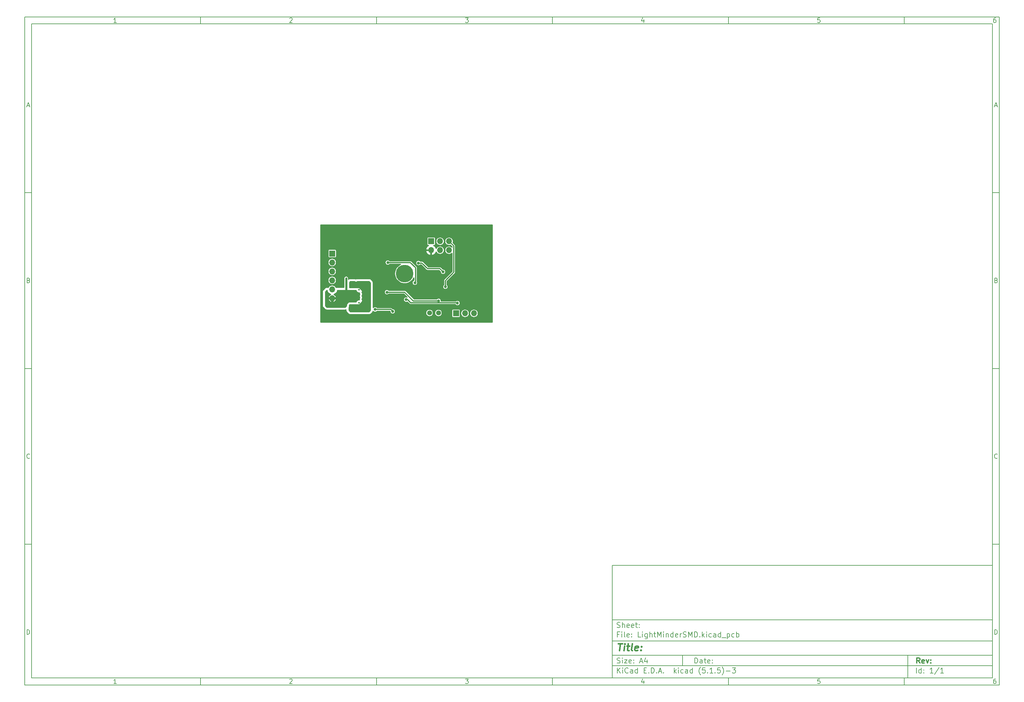
<source format=gbr>
G04 #@! TF.GenerationSoftware,KiCad,Pcbnew,(5.1.5)-3*
G04 #@! TF.CreationDate,2021-06-29T15:52:26+01:00*
G04 #@! TF.ProjectId,LightMinderSMD,4c696768-744d-4696-9e64-6572534d442e,rev?*
G04 #@! TF.SameCoordinates,Original*
G04 #@! TF.FileFunction,Copper,L2,Bot*
G04 #@! TF.FilePolarity,Positive*
%FSLAX46Y46*%
G04 Gerber Fmt 4.6, Leading zero omitted, Abs format (unit mm)*
G04 Created by KiCad (PCBNEW (5.1.5)-3) date 2021-06-29 15:52:26*
%MOMM*%
%LPD*%
G04 APERTURE LIST*
%ADD10C,0.100000*%
%ADD11C,0.150000*%
%ADD12C,0.300000*%
%ADD13C,0.400000*%
%ADD14O,1.700000X1.700000*%
%ADD15R,1.700000X1.700000*%
%ADD16C,1.400000*%
%ADD17C,5.000000*%
%ADD18C,0.800000*%
%ADD19C,0.500000*%
%ADD20C,0.600000*%
%ADD21C,0.254000*%
%ADD22C,0.350000*%
G04 APERTURE END LIST*
D10*
D11*
X177002200Y-166007200D02*
X177002200Y-198007200D01*
X285002200Y-198007200D01*
X285002200Y-166007200D01*
X177002200Y-166007200D01*
D10*
D11*
X10000000Y-10000000D02*
X10000000Y-200007200D01*
X287002200Y-200007200D01*
X287002200Y-10000000D01*
X10000000Y-10000000D01*
D10*
D11*
X12000000Y-12000000D02*
X12000000Y-198007200D01*
X285002200Y-198007200D01*
X285002200Y-12000000D01*
X12000000Y-12000000D01*
D10*
D11*
X60000000Y-12000000D02*
X60000000Y-10000000D01*
D10*
D11*
X110000000Y-12000000D02*
X110000000Y-10000000D01*
D10*
D11*
X160000000Y-12000000D02*
X160000000Y-10000000D01*
D10*
D11*
X210000000Y-12000000D02*
X210000000Y-10000000D01*
D10*
D11*
X260000000Y-12000000D02*
X260000000Y-10000000D01*
D10*
D11*
X36065476Y-11588095D02*
X35322619Y-11588095D01*
X35694047Y-11588095D02*
X35694047Y-10288095D01*
X35570238Y-10473809D01*
X35446428Y-10597619D01*
X35322619Y-10659523D01*
D10*
D11*
X85322619Y-10411904D02*
X85384523Y-10350000D01*
X85508333Y-10288095D01*
X85817857Y-10288095D01*
X85941666Y-10350000D01*
X86003571Y-10411904D01*
X86065476Y-10535714D01*
X86065476Y-10659523D01*
X86003571Y-10845238D01*
X85260714Y-11588095D01*
X86065476Y-11588095D01*
D10*
D11*
X135260714Y-10288095D02*
X136065476Y-10288095D01*
X135632142Y-10783333D01*
X135817857Y-10783333D01*
X135941666Y-10845238D01*
X136003571Y-10907142D01*
X136065476Y-11030952D01*
X136065476Y-11340476D01*
X136003571Y-11464285D01*
X135941666Y-11526190D01*
X135817857Y-11588095D01*
X135446428Y-11588095D01*
X135322619Y-11526190D01*
X135260714Y-11464285D01*
D10*
D11*
X185941666Y-10721428D02*
X185941666Y-11588095D01*
X185632142Y-10226190D02*
X185322619Y-11154761D01*
X186127380Y-11154761D01*
D10*
D11*
X236003571Y-10288095D02*
X235384523Y-10288095D01*
X235322619Y-10907142D01*
X235384523Y-10845238D01*
X235508333Y-10783333D01*
X235817857Y-10783333D01*
X235941666Y-10845238D01*
X236003571Y-10907142D01*
X236065476Y-11030952D01*
X236065476Y-11340476D01*
X236003571Y-11464285D01*
X235941666Y-11526190D01*
X235817857Y-11588095D01*
X235508333Y-11588095D01*
X235384523Y-11526190D01*
X235322619Y-11464285D01*
D10*
D11*
X285941666Y-10288095D02*
X285694047Y-10288095D01*
X285570238Y-10350000D01*
X285508333Y-10411904D01*
X285384523Y-10597619D01*
X285322619Y-10845238D01*
X285322619Y-11340476D01*
X285384523Y-11464285D01*
X285446428Y-11526190D01*
X285570238Y-11588095D01*
X285817857Y-11588095D01*
X285941666Y-11526190D01*
X286003571Y-11464285D01*
X286065476Y-11340476D01*
X286065476Y-11030952D01*
X286003571Y-10907142D01*
X285941666Y-10845238D01*
X285817857Y-10783333D01*
X285570238Y-10783333D01*
X285446428Y-10845238D01*
X285384523Y-10907142D01*
X285322619Y-11030952D01*
D10*
D11*
X60000000Y-198007200D02*
X60000000Y-200007200D01*
D10*
D11*
X110000000Y-198007200D02*
X110000000Y-200007200D01*
D10*
D11*
X160000000Y-198007200D02*
X160000000Y-200007200D01*
D10*
D11*
X210000000Y-198007200D02*
X210000000Y-200007200D01*
D10*
D11*
X260000000Y-198007200D02*
X260000000Y-200007200D01*
D10*
D11*
X36065476Y-199595295D02*
X35322619Y-199595295D01*
X35694047Y-199595295D02*
X35694047Y-198295295D01*
X35570238Y-198481009D01*
X35446428Y-198604819D01*
X35322619Y-198666723D01*
D10*
D11*
X85322619Y-198419104D02*
X85384523Y-198357200D01*
X85508333Y-198295295D01*
X85817857Y-198295295D01*
X85941666Y-198357200D01*
X86003571Y-198419104D01*
X86065476Y-198542914D01*
X86065476Y-198666723D01*
X86003571Y-198852438D01*
X85260714Y-199595295D01*
X86065476Y-199595295D01*
D10*
D11*
X135260714Y-198295295D02*
X136065476Y-198295295D01*
X135632142Y-198790533D01*
X135817857Y-198790533D01*
X135941666Y-198852438D01*
X136003571Y-198914342D01*
X136065476Y-199038152D01*
X136065476Y-199347676D01*
X136003571Y-199471485D01*
X135941666Y-199533390D01*
X135817857Y-199595295D01*
X135446428Y-199595295D01*
X135322619Y-199533390D01*
X135260714Y-199471485D01*
D10*
D11*
X185941666Y-198728628D02*
X185941666Y-199595295D01*
X185632142Y-198233390D02*
X185322619Y-199161961D01*
X186127380Y-199161961D01*
D10*
D11*
X236003571Y-198295295D02*
X235384523Y-198295295D01*
X235322619Y-198914342D01*
X235384523Y-198852438D01*
X235508333Y-198790533D01*
X235817857Y-198790533D01*
X235941666Y-198852438D01*
X236003571Y-198914342D01*
X236065476Y-199038152D01*
X236065476Y-199347676D01*
X236003571Y-199471485D01*
X235941666Y-199533390D01*
X235817857Y-199595295D01*
X235508333Y-199595295D01*
X235384523Y-199533390D01*
X235322619Y-199471485D01*
D10*
D11*
X285941666Y-198295295D02*
X285694047Y-198295295D01*
X285570238Y-198357200D01*
X285508333Y-198419104D01*
X285384523Y-198604819D01*
X285322619Y-198852438D01*
X285322619Y-199347676D01*
X285384523Y-199471485D01*
X285446428Y-199533390D01*
X285570238Y-199595295D01*
X285817857Y-199595295D01*
X285941666Y-199533390D01*
X286003571Y-199471485D01*
X286065476Y-199347676D01*
X286065476Y-199038152D01*
X286003571Y-198914342D01*
X285941666Y-198852438D01*
X285817857Y-198790533D01*
X285570238Y-198790533D01*
X285446428Y-198852438D01*
X285384523Y-198914342D01*
X285322619Y-199038152D01*
D10*
D11*
X10000000Y-60000000D02*
X12000000Y-60000000D01*
D10*
D11*
X10000000Y-110000000D02*
X12000000Y-110000000D01*
D10*
D11*
X10000000Y-160000000D02*
X12000000Y-160000000D01*
D10*
D11*
X10690476Y-35216666D02*
X11309523Y-35216666D01*
X10566666Y-35588095D02*
X11000000Y-34288095D01*
X11433333Y-35588095D01*
D10*
D11*
X11092857Y-84907142D02*
X11278571Y-84969047D01*
X11340476Y-85030952D01*
X11402380Y-85154761D01*
X11402380Y-85340476D01*
X11340476Y-85464285D01*
X11278571Y-85526190D01*
X11154761Y-85588095D01*
X10659523Y-85588095D01*
X10659523Y-84288095D01*
X11092857Y-84288095D01*
X11216666Y-84350000D01*
X11278571Y-84411904D01*
X11340476Y-84535714D01*
X11340476Y-84659523D01*
X11278571Y-84783333D01*
X11216666Y-84845238D01*
X11092857Y-84907142D01*
X10659523Y-84907142D01*
D10*
D11*
X11402380Y-135464285D02*
X11340476Y-135526190D01*
X11154761Y-135588095D01*
X11030952Y-135588095D01*
X10845238Y-135526190D01*
X10721428Y-135402380D01*
X10659523Y-135278571D01*
X10597619Y-135030952D01*
X10597619Y-134845238D01*
X10659523Y-134597619D01*
X10721428Y-134473809D01*
X10845238Y-134350000D01*
X11030952Y-134288095D01*
X11154761Y-134288095D01*
X11340476Y-134350000D01*
X11402380Y-134411904D01*
D10*
D11*
X10659523Y-185588095D02*
X10659523Y-184288095D01*
X10969047Y-184288095D01*
X11154761Y-184350000D01*
X11278571Y-184473809D01*
X11340476Y-184597619D01*
X11402380Y-184845238D01*
X11402380Y-185030952D01*
X11340476Y-185278571D01*
X11278571Y-185402380D01*
X11154761Y-185526190D01*
X10969047Y-185588095D01*
X10659523Y-185588095D01*
D10*
D11*
X287002200Y-60000000D02*
X285002200Y-60000000D01*
D10*
D11*
X287002200Y-110000000D02*
X285002200Y-110000000D01*
D10*
D11*
X287002200Y-160000000D02*
X285002200Y-160000000D01*
D10*
D11*
X285692676Y-35216666D02*
X286311723Y-35216666D01*
X285568866Y-35588095D02*
X286002200Y-34288095D01*
X286435533Y-35588095D01*
D10*
D11*
X286095057Y-84907142D02*
X286280771Y-84969047D01*
X286342676Y-85030952D01*
X286404580Y-85154761D01*
X286404580Y-85340476D01*
X286342676Y-85464285D01*
X286280771Y-85526190D01*
X286156961Y-85588095D01*
X285661723Y-85588095D01*
X285661723Y-84288095D01*
X286095057Y-84288095D01*
X286218866Y-84350000D01*
X286280771Y-84411904D01*
X286342676Y-84535714D01*
X286342676Y-84659523D01*
X286280771Y-84783333D01*
X286218866Y-84845238D01*
X286095057Y-84907142D01*
X285661723Y-84907142D01*
D10*
D11*
X286404580Y-135464285D02*
X286342676Y-135526190D01*
X286156961Y-135588095D01*
X286033152Y-135588095D01*
X285847438Y-135526190D01*
X285723628Y-135402380D01*
X285661723Y-135278571D01*
X285599819Y-135030952D01*
X285599819Y-134845238D01*
X285661723Y-134597619D01*
X285723628Y-134473809D01*
X285847438Y-134350000D01*
X286033152Y-134288095D01*
X286156961Y-134288095D01*
X286342676Y-134350000D01*
X286404580Y-134411904D01*
D10*
D11*
X285661723Y-185588095D02*
X285661723Y-184288095D01*
X285971247Y-184288095D01*
X286156961Y-184350000D01*
X286280771Y-184473809D01*
X286342676Y-184597619D01*
X286404580Y-184845238D01*
X286404580Y-185030952D01*
X286342676Y-185278571D01*
X286280771Y-185402380D01*
X286156961Y-185526190D01*
X285971247Y-185588095D01*
X285661723Y-185588095D01*
D10*
D11*
X200434342Y-193785771D02*
X200434342Y-192285771D01*
X200791485Y-192285771D01*
X201005771Y-192357200D01*
X201148628Y-192500057D01*
X201220057Y-192642914D01*
X201291485Y-192928628D01*
X201291485Y-193142914D01*
X201220057Y-193428628D01*
X201148628Y-193571485D01*
X201005771Y-193714342D01*
X200791485Y-193785771D01*
X200434342Y-193785771D01*
X202577200Y-193785771D02*
X202577200Y-193000057D01*
X202505771Y-192857200D01*
X202362914Y-192785771D01*
X202077200Y-192785771D01*
X201934342Y-192857200D01*
X202577200Y-193714342D02*
X202434342Y-193785771D01*
X202077200Y-193785771D01*
X201934342Y-193714342D01*
X201862914Y-193571485D01*
X201862914Y-193428628D01*
X201934342Y-193285771D01*
X202077200Y-193214342D01*
X202434342Y-193214342D01*
X202577200Y-193142914D01*
X203077200Y-192785771D02*
X203648628Y-192785771D01*
X203291485Y-192285771D02*
X203291485Y-193571485D01*
X203362914Y-193714342D01*
X203505771Y-193785771D01*
X203648628Y-193785771D01*
X204720057Y-193714342D02*
X204577200Y-193785771D01*
X204291485Y-193785771D01*
X204148628Y-193714342D01*
X204077200Y-193571485D01*
X204077200Y-193000057D01*
X204148628Y-192857200D01*
X204291485Y-192785771D01*
X204577200Y-192785771D01*
X204720057Y-192857200D01*
X204791485Y-193000057D01*
X204791485Y-193142914D01*
X204077200Y-193285771D01*
X205434342Y-193642914D02*
X205505771Y-193714342D01*
X205434342Y-193785771D01*
X205362914Y-193714342D01*
X205434342Y-193642914D01*
X205434342Y-193785771D01*
X205434342Y-192857200D02*
X205505771Y-192928628D01*
X205434342Y-193000057D01*
X205362914Y-192928628D01*
X205434342Y-192857200D01*
X205434342Y-193000057D01*
D10*
D11*
X177002200Y-194507200D02*
X285002200Y-194507200D01*
D10*
D11*
X178434342Y-196585771D02*
X178434342Y-195085771D01*
X179291485Y-196585771D02*
X178648628Y-195728628D01*
X179291485Y-195085771D02*
X178434342Y-195942914D01*
X179934342Y-196585771D02*
X179934342Y-195585771D01*
X179934342Y-195085771D02*
X179862914Y-195157200D01*
X179934342Y-195228628D01*
X180005771Y-195157200D01*
X179934342Y-195085771D01*
X179934342Y-195228628D01*
X181505771Y-196442914D02*
X181434342Y-196514342D01*
X181220057Y-196585771D01*
X181077200Y-196585771D01*
X180862914Y-196514342D01*
X180720057Y-196371485D01*
X180648628Y-196228628D01*
X180577200Y-195942914D01*
X180577200Y-195728628D01*
X180648628Y-195442914D01*
X180720057Y-195300057D01*
X180862914Y-195157200D01*
X181077200Y-195085771D01*
X181220057Y-195085771D01*
X181434342Y-195157200D01*
X181505771Y-195228628D01*
X182791485Y-196585771D02*
X182791485Y-195800057D01*
X182720057Y-195657200D01*
X182577200Y-195585771D01*
X182291485Y-195585771D01*
X182148628Y-195657200D01*
X182791485Y-196514342D02*
X182648628Y-196585771D01*
X182291485Y-196585771D01*
X182148628Y-196514342D01*
X182077200Y-196371485D01*
X182077200Y-196228628D01*
X182148628Y-196085771D01*
X182291485Y-196014342D01*
X182648628Y-196014342D01*
X182791485Y-195942914D01*
X184148628Y-196585771D02*
X184148628Y-195085771D01*
X184148628Y-196514342D02*
X184005771Y-196585771D01*
X183720057Y-196585771D01*
X183577200Y-196514342D01*
X183505771Y-196442914D01*
X183434342Y-196300057D01*
X183434342Y-195871485D01*
X183505771Y-195728628D01*
X183577200Y-195657200D01*
X183720057Y-195585771D01*
X184005771Y-195585771D01*
X184148628Y-195657200D01*
X186005771Y-195800057D02*
X186505771Y-195800057D01*
X186720057Y-196585771D02*
X186005771Y-196585771D01*
X186005771Y-195085771D01*
X186720057Y-195085771D01*
X187362914Y-196442914D02*
X187434342Y-196514342D01*
X187362914Y-196585771D01*
X187291485Y-196514342D01*
X187362914Y-196442914D01*
X187362914Y-196585771D01*
X188077200Y-196585771D02*
X188077200Y-195085771D01*
X188434342Y-195085771D01*
X188648628Y-195157200D01*
X188791485Y-195300057D01*
X188862914Y-195442914D01*
X188934342Y-195728628D01*
X188934342Y-195942914D01*
X188862914Y-196228628D01*
X188791485Y-196371485D01*
X188648628Y-196514342D01*
X188434342Y-196585771D01*
X188077200Y-196585771D01*
X189577200Y-196442914D02*
X189648628Y-196514342D01*
X189577200Y-196585771D01*
X189505771Y-196514342D01*
X189577200Y-196442914D01*
X189577200Y-196585771D01*
X190220057Y-196157200D02*
X190934342Y-196157200D01*
X190077200Y-196585771D02*
X190577200Y-195085771D01*
X191077200Y-196585771D01*
X191577200Y-196442914D02*
X191648628Y-196514342D01*
X191577200Y-196585771D01*
X191505771Y-196514342D01*
X191577200Y-196442914D01*
X191577200Y-196585771D01*
X194577200Y-196585771D02*
X194577200Y-195085771D01*
X194720057Y-196014342D02*
X195148628Y-196585771D01*
X195148628Y-195585771D02*
X194577200Y-196157200D01*
X195791485Y-196585771D02*
X195791485Y-195585771D01*
X195791485Y-195085771D02*
X195720057Y-195157200D01*
X195791485Y-195228628D01*
X195862914Y-195157200D01*
X195791485Y-195085771D01*
X195791485Y-195228628D01*
X197148628Y-196514342D02*
X197005771Y-196585771D01*
X196720057Y-196585771D01*
X196577200Y-196514342D01*
X196505771Y-196442914D01*
X196434342Y-196300057D01*
X196434342Y-195871485D01*
X196505771Y-195728628D01*
X196577200Y-195657200D01*
X196720057Y-195585771D01*
X197005771Y-195585771D01*
X197148628Y-195657200D01*
X198434342Y-196585771D02*
X198434342Y-195800057D01*
X198362914Y-195657200D01*
X198220057Y-195585771D01*
X197934342Y-195585771D01*
X197791485Y-195657200D01*
X198434342Y-196514342D02*
X198291485Y-196585771D01*
X197934342Y-196585771D01*
X197791485Y-196514342D01*
X197720057Y-196371485D01*
X197720057Y-196228628D01*
X197791485Y-196085771D01*
X197934342Y-196014342D01*
X198291485Y-196014342D01*
X198434342Y-195942914D01*
X199791485Y-196585771D02*
X199791485Y-195085771D01*
X199791485Y-196514342D02*
X199648628Y-196585771D01*
X199362914Y-196585771D01*
X199220057Y-196514342D01*
X199148628Y-196442914D01*
X199077200Y-196300057D01*
X199077200Y-195871485D01*
X199148628Y-195728628D01*
X199220057Y-195657200D01*
X199362914Y-195585771D01*
X199648628Y-195585771D01*
X199791485Y-195657200D01*
X202077200Y-197157200D02*
X202005771Y-197085771D01*
X201862914Y-196871485D01*
X201791485Y-196728628D01*
X201720057Y-196514342D01*
X201648628Y-196157200D01*
X201648628Y-195871485D01*
X201720057Y-195514342D01*
X201791485Y-195300057D01*
X201862914Y-195157200D01*
X202005771Y-194942914D01*
X202077200Y-194871485D01*
X203362914Y-195085771D02*
X202648628Y-195085771D01*
X202577200Y-195800057D01*
X202648628Y-195728628D01*
X202791485Y-195657200D01*
X203148628Y-195657200D01*
X203291485Y-195728628D01*
X203362914Y-195800057D01*
X203434342Y-195942914D01*
X203434342Y-196300057D01*
X203362914Y-196442914D01*
X203291485Y-196514342D01*
X203148628Y-196585771D01*
X202791485Y-196585771D01*
X202648628Y-196514342D01*
X202577200Y-196442914D01*
X204077200Y-196442914D02*
X204148628Y-196514342D01*
X204077200Y-196585771D01*
X204005771Y-196514342D01*
X204077200Y-196442914D01*
X204077200Y-196585771D01*
X205577200Y-196585771D02*
X204720057Y-196585771D01*
X205148628Y-196585771D02*
X205148628Y-195085771D01*
X205005771Y-195300057D01*
X204862914Y-195442914D01*
X204720057Y-195514342D01*
X206220057Y-196442914D02*
X206291485Y-196514342D01*
X206220057Y-196585771D01*
X206148628Y-196514342D01*
X206220057Y-196442914D01*
X206220057Y-196585771D01*
X207648628Y-195085771D02*
X206934342Y-195085771D01*
X206862914Y-195800057D01*
X206934342Y-195728628D01*
X207077200Y-195657200D01*
X207434342Y-195657200D01*
X207577200Y-195728628D01*
X207648628Y-195800057D01*
X207720057Y-195942914D01*
X207720057Y-196300057D01*
X207648628Y-196442914D01*
X207577200Y-196514342D01*
X207434342Y-196585771D01*
X207077200Y-196585771D01*
X206934342Y-196514342D01*
X206862914Y-196442914D01*
X208220057Y-197157200D02*
X208291485Y-197085771D01*
X208434342Y-196871485D01*
X208505771Y-196728628D01*
X208577200Y-196514342D01*
X208648628Y-196157200D01*
X208648628Y-195871485D01*
X208577200Y-195514342D01*
X208505771Y-195300057D01*
X208434342Y-195157200D01*
X208291485Y-194942914D01*
X208220057Y-194871485D01*
X209362914Y-196014342D02*
X210505771Y-196014342D01*
X211077200Y-195085771D02*
X212005771Y-195085771D01*
X211505771Y-195657200D01*
X211720057Y-195657200D01*
X211862914Y-195728628D01*
X211934342Y-195800057D01*
X212005771Y-195942914D01*
X212005771Y-196300057D01*
X211934342Y-196442914D01*
X211862914Y-196514342D01*
X211720057Y-196585771D01*
X211291485Y-196585771D01*
X211148628Y-196514342D01*
X211077200Y-196442914D01*
D10*
D11*
X177002200Y-191507200D02*
X285002200Y-191507200D01*
D10*
D12*
X264411485Y-193785771D02*
X263911485Y-193071485D01*
X263554342Y-193785771D02*
X263554342Y-192285771D01*
X264125771Y-192285771D01*
X264268628Y-192357200D01*
X264340057Y-192428628D01*
X264411485Y-192571485D01*
X264411485Y-192785771D01*
X264340057Y-192928628D01*
X264268628Y-193000057D01*
X264125771Y-193071485D01*
X263554342Y-193071485D01*
X265625771Y-193714342D02*
X265482914Y-193785771D01*
X265197200Y-193785771D01*
X265054342Y-193714342D01*
X264982914Y-193571485D01*
X264982914Y-193000057D01*
X265054342Y-192857200D01*
X265197200Y-192785771D01*
X265482914Y-192785771D01*
X265625771Y-192857200D01*
X265697200Y-193000057D01*
X265697200Y-193142914D01*
X264982914Y-193285771D01*
X266197200Y-192785771D02*
X266554342Y-193785771D01*
X266911485Y-192785771D01*
X267482914Y-193642914D02*
X267554342Y-193714342D01*
X267482914Y-193785771D01*
X267411485Y-193714342D01*
X267482914Y-193642914D01*
X267482914Y-193785771D01*
X267482914Y-192857200D02*
X267554342Y-192928628D01*
X267482914Y-193000057D01*
X267411485Y-192928628D01*
X267482914Y-192857200D01*
X267482914Y-193000057D01*
D10*
D11*
X178362914Y-193714342D02*
X178577200Y-193785771D01*
X178934342Y-193785771D01*
X179077200Y-193714342D01*
X179148628Y-193642914D01*
X179220057Y-193500057D01*
X179220057Y-193357200D01*
X179148628Y-193214342D01*
X179077200Y-193142914D01*
X178934342Y-193071485D01*
X178648628Y-193000057D01*
X178505771Y-192928628D01*
X178434342Y-192857200D01*
X178362914Y-192714342D01*
X178362914Y-192571485D01*
X178434342Y-192428628D01*
X178505771Y-192357200D01*
X178648628Y-192285771D01*
X179005771Y-192285771D01*
X179220057Y-192357200D01*
X179862914Y-193785771D02*
X179862914Y-192785771D01*
X179862914Y-192285771D02*
X179791485Y-192357200D01*
X179862914Y-192428628D01*
X179934342Y-192357200D01*
X179862914Y-192285771D01*
X179862914Y-192428628D01*
X180434342Y-192785771D02*
X181220057Y-192785771D01*
X180434342Y-193785771D01*
X181220057Y-193785771D01*
X182362914Y-193714342D02*
X182220057Y-193785771D01*
X181934342Y-193785771D01*
X181791485Y-193714342D01*
X181720057Y-193571485D01*
X181720057Y-193000057D01*
X181791485Y-192857200D01*
X181934342Y-192785771D01*
X182220057Y-192785771D01*
X182362914Y-192857200D01*
X182434342Y-193000057D01*
X182434342Y-193142914D01*
X181720057Y-193285771D01*
X183077200Y-193642914D02*
X183148628Y-193714342D01*
X183077200Y-193785771D01*
X183005771Y-193714342D01*
X183077200Y-193642914D01*
X183077200Y-193785771D01*
X183077200Y-192857200D02*
X183148628Y-192928628D01*
X183077200Y-193000057D01*
X183005771Y-192928628D01*
X183077200Y-192857200D01*
X183077200Y-193000057D01*
X184862914Y-193357200D02*
X185577200Y-193357200D01*
X184720057Y-193785771D02*
X185220057Y-192285771D01*
X185720057Y-193785771D01*
X186862914Y-192785771D02*
X186862914Y-193785771D01*
X186505771Y-192214342D02*
X186148628Y-193285771D01*
X187077200Y-193285771D01*
D10*
D11*
X263434342Y-196585771D02*
X263434342Y-195085771D01*
X264791485Y-196585771D02*
X264791485Y-195085771D01*
X264791485Y-196514342D02*
X264648628Y-196585771D01*
X264362914Y-196585771D01*
X264220057Y-196514342D01*
X264148628Y-196442914D01*
X264077200Y-196300057D01*
X264077200Y-195871485D01*
X264148628Y-195728628D01*
X264220057Y-195657200D01*
X264362914Y-195585771D01*
X264648628Y-195585771D01*
X264791485Y-195657200D01*
X265505771Y-196442914D02*
X265577200Y-196514342D01*
X265505771Y-196585771D01*
X265434342Y-196514342D01*
X265505771Y-196442914D01*
X265505771Y-196585771D01*
X265505771Y-195657200D02*
X265577200Y-195728628D01*
X265505771Y-195800057D01*
X265434342Y-195728628D01*
X265505771Y-195657200D01*
X265505771Y-195800057D01*
X268148628Y-196585771D02*
X267291485Y-196585771D01*
X267720057Y-196585771D02*
X267720057Y-195085771D01*
X267577200Y-195300057D01*
X267434342Y-195442914D01*
X267291485Y-195514342D01*
X269862914Y-195014342D02*
X268577200Y-196942914D01*
X271148628Y-196585771D02*
X270291485Y-196585771D01*
X270720057Y-196585771D02*
X270720057Y-195085771D01*
X270577200Y-195300057D01*
X270434342Y-195442914D01*
X270291485Y-195514342D01*
D10*
D11*
X177002200Y-187507200D02*
X285002200Y-187507200D01*
D10*
D13*
X178714580Y-188211961D02*
X179857438Y-188211961D01*
X179036009Y-190211961D02*
X179286009Y-188211961D01*
X180274104Y-190211961D02*
X180440771Y-188878628D01*
X180524104Y-188211961D02*
X180416961Y-188307200D01*
X180500295Y-188402438D01*
X180607438Y-188307200D01*
X180524104Y-188211961D01*
X180500295Y-188402438D01*
X181107438Y-188878628D02*
X181869342Y-188878628D01*
X181476485Y-188211961D02*
X181262200Y-189926247D01*
X181333628Y-190116723D01*
X181512200Y-190211961D01*
X181702676Y-190211961D01*
X182655057Y-190211961D02*
X182476485Y-190116723D01*
X182405057Y-189926247D01*
X182619342Y-188211961D01*
X184190771Y-190116723D02*
X183988390Y-190211961D01*
X183607438Y-190211961D01*
X183428866Y-190116723D01*
X183357438Y-189926247D01*
X183452676Y-189164342D01*
X183571723Y-188973866D01*
X183774104Y-188878628D01*
X184155057Y-188878628D01*
X184333628Y-188973866D01*
X184405057Y-189164342D01*
X184381247Y-189354819D01*
X183405057Y-189545295D01*
X185155057Y-190021485D02*
X185238390Y-190116723D01*
X185131247Y-190211961D01*
X185047914Y-190116723D01*
X185155057Y-190021485D01*
X185131247Y-190211961D01*
X185286009Y-188973866D02*
X185369342Y-189069104D01*
X185262200Y-189164342D01*
X185178866Y-189069104D01*
X185286009Y-188973866D01*
X185262200Y-189164342D01*
D10*
D11*
X178934342Y-185600057D02*
X178434342Y-185600057D01*
X178434342Y-186385771D02*
X178434342Y-184885771D01*
X179148628Y-184885771D01*
X179720057Y-186385771D02*
X179720057Y-185385771D01*
X179720057Y-184885771D02*
X179648628Y-184957200D01*
X179720057Y-185028628D01*
X179791485Y-184957200D01*
X179720057Y-184885771D01*
X179720057Y-185028628D01*
X180648628Y-186385771D02*
X180505771Y-186314342D01*
X180434342Y-186171485D01*
X180434342Y-184885771D01*
X181791485Y-186314342D02*
X181648628Y-186385771D01*
X181362914Y-186385771D01*
X181220057Y-186314342D01*
X181148628Y-186171485D01*
X181148628Y-185600057D01*
X181220057Y-185457200D01*
X181362914Y-185385771D01*
X181648628Y-185385771D01*
X181791485Y-185457200D01*
X181862914Y-185600057D01*
X181862914Y-185742914D01*
X181148628Y-185885771D01*
X182505771Y-186242914D02*
X182577200Y-186314342D01*
X182505771Y-186385771D01*
X182434342Y-186314342D01*
X182505771Y-186242914D01*
X182505771Y-186385771D01*
X182505771Y-185457200D02*
X182577200Y-185528628D01*
X182505771Y-185600057D01*
X182434342Y-185528628D01*
X182505771Y-185457200D01*
X182505771Y-185600057D01*
X185077200Y-186385771D02*
X184362914Y-186385771D01*
X184362914Y-184885771D01*
X185577200Y-186385771D02*
X185577200Y-185385771D01*
X185577200Y-184885771D02*
X185505771Y-184957200D01*
X185577200Y-185028628D01*
X185648628Y-184957200D01*
X185577200Y-184885771D01*
X185577200Y-185028628D01*
X186934342Y-185385771D02*
X186934342Y-186600057D01*
X186862914Y-186742914D01*
X186791485Y-186814342D01*
X186648628Y-186885771D01*
X186434342Y-186885771D01*
X186291485Y-186814342D01*
X186934342Y-186314342D02*
X186791485Y-186385771D01*
X186505771Y-186385771D01*
X186362914Y-186314342D01*
X186291485Y-186242914D01*
X186220057Y-186100057D01*
X186220057Y-185671485D01*
X186291485Y-185528628D01*
X186362914Y-185457200D01*
X186505771Y-185385771D01*
X186791485Y-185385771D01*
X186934342Y-185457200D01*
X187648628Y-186385771D02*
X187648628Y-184885771D01*
X188291485Y-186385771D02*
X188291485Y-185600057D01*
X188220057Y-185457200D01*
X188077200Y-185385771D01*
X187862914Y-185385771D01*
X187720057Y-185457200D01*
X187648628Y-185528628D01*
X188791485Y-185385771D02*
X189362914Y-185385771D01*
X189005771Y-184885771D02*
X189005771Y-186171485D01*
X189077200Y-186314342D01*
X189220057Y-186385771D01*
X189362914Y-186385771D01*
X189862914Y-186385771D02*
X189862914Y-184885771D01*
X190362914Y-185957200D01*
X190862914Y-184885771D01*
X190862914Y-186385771D01*
X191577200Y-186385771D02*
X191577200Y-185385771D01*
X191577200Y-184885771D02*
X191505771Y-184957200D01*
X191577200Y-185028628D01*
X191648628Y-184957200D01*
X191577200Y-184885771D01*
X191577200Y-185028628D01*
X192291485Y-185385771D02*
X192291485Y-186385771D01*
X192291485Y-185528628D02*
X192362914Y-185457200D01*
X192505771Y-185385771D01*
X192720057Y-185385771D01*
X192862914Y-185457200D01*
X192934342Y-185600057D01*
X192934342Y-186385771D01*
X194291485Y-186385771D02*
X194291485Y-184885771D01*
X194291485Y-186314342D02*
X194148628Y-186385771D01*
X193862914Y-186385771D01*
X193720057Y-186314342D01*
X193648628Y-186242914D01*
X193577200Y-186100057D01*
X193577200Y-185671485D01*
X193648628Y-185528628D01*
X193720057Y-185457200D01*
X193862914Y-185385771D01*
X194148628Y-185385771D01*
X194291485Y-185457200D01*
X195577200Y-186314342D02*
X195434342Y-186385771D01*
X195148628Y-186385771D01*
X195005771Y-186314342D01*
X194934342Y-186171485D01*
X194934342Y-185600057D01*
X195005771Y-185457200D01*
X195148628Y-185385771D01*
X195434342Y-185385771D01*
X195577200Y-185457200D01*
X195648628Y-185600057D01*
X195648628Y-185742914D01*
X194934342Y-185885771D01*
X196291485Y-186385771D02*
X196291485Y-185385771D01*
X196291485Y-185671485D02*
X196362914Y-185528628D01*
X196434342Y-185457200D01*
X196577200Y-185385771D01*
X196720057Y-185385771D01*
X197148628Y-186314342D02*
X197362914Y-186385771D01*
X197720057Y-186385771D01*
X197862914Y-186314342D01*
X197934342Y-186242914D01*
X198005771Y-186100057D01*
X198005771Y-185957200D01*
X197934342Y-185814342D01*
X197862914Y-185742914D01*
X197720057Y-185671485D01*
X197434342Y-185600057D01*
X197291485Y-185528628D01*
X197220057Y-185457200D01*
X197148628Y-185314342D01*
X197148628Y-185171485D01*
X197220057Y-185028628D01*
X197291485Y-184957200D01*
X197434342Y-184885771D01*
X197791485Y-184885771D01*
X198005771Y-184957200D01*
X198648628Y-186385771D02*
X198648628Y-184885771D01*
X199148628Y-185957200D01*
X199648628Y-184885771D01*
X199648628Y-186385771D01*
X200362914Y-186385771D02*
X200362914Y-184885771D01*
X200720057Y-184885771D01*
X200934342Y-184957200D01*
X201077200Y-185100057D01*
X201148628Y-185242914D01*
X201220057Y-185528628D01*
X201220057Y-185742914D01*
X201148628Y-186028628D01*
X201077200Y-186171485D01*
X200934342Y-186314342D01*
X200720057Y-186385771D01*
X200362914Y-186385771D01*
X201862914Y-186242914D02*
X201934342Y-186314342D01*
X201862914Y-186385771D01*
X201791485Y-186314342D01*
X201862914Y-186242914D01*
X201862914Y-186385771D01*
X202577200Y-186385771D02*
X202577200Y-184885771D01*
X202720057Y-185814342D02*
X203148628Y-186385771D01*
X203148628Y-185385771D02*
X202577200Y-185957200D01*
X203791485Y-186385771D02*
X203791485Y-185385771D01*
X203791485Y-184885771D02*
X203720057Y-184957200D01*
X203791485Y-185028628D01*
X203862914Y-184957200D01*
X203791485Y-184885771D01*
X203791485Y-185028628D01*
X205148628Y-186314342D02*
X205005771Y-186385771D01*
X204720057Y-186385771D01*
X204577200Y-186314342D01*
X204505771Y-186242914D01*
X204434342Y-186100057D01*
X204434342Y-185671485D01*
X204505771Y-185528628D01*
X204577200Y-185457200D01*
X204720057Y-185385771D01*
X205005771Y-185385771D01*
X205148628Y-185457200D01*
X206434342Y-186385771D02*
X206434342Y-185600057D01*
X206362914Y-185457200D01*
X206220057Y-185385771D01*
X205934342Y-185385771D01*
X205791485Y-185457200D01*
X206434342Y-186314342D02*
X206291485Y-186385771D01*
X205934342Y-186385771D01*
X205791485Y-186314342D01*
X205720057Y-186171485D01*
X205720057Y-186028628D01*
X205791485Y-185885771D01*
X205934342Y-185814342D01*
X206291485Y-185814342D01*
X206434342Y-185742914D01*
X207791485Y-186385771D02*
X207791485Y-184885771D01*
X207791485Y-186314342D02*
X207648628Y-186385771D01*
X207362914Y-186385771D01*
X207220057Y-186314342D01*
X207148628Y-186242914D01*
X207077200Y-186100057D01*
X207077200Y-185671485D01*
X207148628Y-185528628D01*
X207220057Y-185457200D01*
X207362914Y-185385771D01*
X207648628Y-185385771D01*
X207791485Y-185457200D01*
X208148628Y-186528628D02*
X209291485Y-186528628D01*
X209648628Y-185385771D02*
X209648628Y-186885771D01*
X209648628Y-185457200D02*
X209791485Y-185385771D01*
X210077200Y-185385771D01*
X210220057Y-185457200D01*
X210291485Y-185528628D01*
X210362914Y-185671485D01*
X210362914Y-186100057D01*
X210291485Y-186242914D01*
X210220057Y-186314342D01*
X210077200Y-186385771D01*
X209791485Y-186385771D01*
X209648628Y-186314342D01*
X211648628Y-186314342D02*
X211505771Y-186385771D01*
X211220057Y-186385771D01*
X211077200Y-186314342D01*
X211005771Y-186242914D01*
X210934342Y-186100057D01*
X210934342Y-185671485D01*
X211005771Y-185528628D01*
X211077200Y-185457200D01*
X211220057Y-185385771D01*
X211505771Y-185385771D01*
X211648628Y-185457200D01*
X212291485Y-186385771D02*
X212291485Y-184885771D01*
X212291485Y-185457200D02*
X212434342Y-185385771D01*
X212720057Y-185385771D01*
X212862914Y-185457200D01*
X212934342Y-185528628D01*
X213005771Y-185671485D01*
X213005771Y-186100057D01*
X212934342Y-186242914D01*
X212862914Y-186314342D01*
X212720057Y-186385771D01*
X212434342Y-186385771D01*
X212291485Y-186314342D01*
D10*
D11*
X177002200Y-181507200D02*
X285002200Y-181507200D01*
D10*
D11*
X178362914Y-183614342D02*
X178577200Y-183685771D01*
X178934342Y-183685771D01*
X179077200Y-183614342D01*
X179148628Y-183542914D01*
X179220057Y-183400057D01*
X179220057Y-183257200D01*
X179148628Y-183114342D01*
X179077200Y-183042914D01*
X178934342Y-182971485D01*
X178648628Y-182900057D01*
X178505771Y-182828628D01*
X178434342Y-182757200D01*
X178362914Y-182614342D01*
X178362914Y-182471485D01*
X178434342Y-182328628D01*
X178505771Y-182257200D01*
X178648628Y-182185771D01*
X179005771Y-182185771D01*
X179220057Y-182257200D01*
X179862914Y-183685771D02*
X179862914Y-182185771D01*
X180505771Y-183685771D02*
X180505771Y-182900057D01*
X180434342Y-182757200D01*
X180291485Y-182685771D01*
X180077200Y-182685771D01*
X179934342Y-182757200D01*
X179862914Y-182828628D01*
X181791485Y-183614342D02*
X181648628Y-183685771D01*
X181362914Y-183685771D01*
X181220057Y-183614342D01*
X181148628Y-183471485D01*
X181148628Y-182900057D01*
X181220057Y-182757200D01*
X181362914Y-182685771D01*
X181648628Y-182685771D01*
X181791485Y-182757200D01*
X181862914Y-182900057D01*
X181862914Y-183042914D01*
X181148628Y-183185771D01*
X183077200Y-183614342D02*
X182934342Y-183685771D01*
X182648628Y-183685771D01*
X182505771Y-183614342D01*
X182434342Y-183471485D01*
X182434342Y-182900057D01*
X182505771Y-182757200D01*
X182648628Y-182685771D01*
X182934342Y-182685771D01*
X183077200Y-182757200D01*
X183148628Y-182900057D01*
X183148628Y-183042914D01*
X182434342Y-183185771D01*
X183577200Y-182685771D02*
X184148628Y-182685771D01*
X183791485Y-182185771D02*
X183791485Y-183471485D01*
X183862914Y-183614342D01*
X184005771Y-183685771D01*
X184148628Y-183685771D01*
X184648628Y-183542914D02*
X184720057Y-183614342D01*
X184648628Y-183685771D01*
X184577200Y-183614342D01*
X184648628Y-183542914D01*
X184648628Y-183685771D01*
X184648628Y-182757200D02*
X184720057Y-182828628D01*
X184648628Y-182900057D01*
X184577200Y-182828628D01*
X184648628Y-182757200D01*
X184648628Y-182900057D01*
D10*
D11*
X197002200Y-191507200D02*
X197002200Y-194507200D01*
D10*
D11*
X261002200Y-191507200D02*
X261002200Y-198007200D01*
D14*
X137680000Y-94300000D03*
X135140000Y-94300000D03*
D15*
X132600000Y-94300000D03*
D14*
X130600000Y-76350000D03*
X130600000Y-73810000D03*
X128060000Y-76350000D03*
X128060000Y-73810000D03*
X125520000Y-76350000D03*
D15*
X125520000Y-73810000D03*
D16*
X125060000Y-94200000D03*
X127600000Y-94200000D03*
D14*
X97400000Y-90000000D03*
X97400000Y-87460000D03*
X97400000Y-84920000D03*
X97400000Y-82380000D03*
X97400000Y-79840000D03*
D15*
X97400000Y-77300000D03*
D17*
X118000000Y-83000000D03*
D18*
X121900000Y-80000000D03*
X128900000Y-82500000D03*
X119900000Y-77600000D03*
X104100000Y-84300000D03*
X127300000Y-82500000D03*
X136500000Y-83700000D03*
X113100000Y-86250010D03*
D19*
X101915000Y-88765000D03*
X101900000Y-90050000D03*
X104735000Y-88765000D03*
X104735000Y-89965000D03*
X101350000Y-84375000D03*
X107050000Y-91300000D03*
X106050000Y-91300000D03*
X107050000Y-87575000D03*
X106050000Y-87575000D03*
X105975000Y-88325000D03*
X105975000Y-90325000D03*
X105975000Y-89325000D03*
X107050000Y-88300000D03*
X107050000Y-90300000D03*
X107050000Y-89300000D03*
X103000000Y-93000000D03*
X104000000Y-93000000D03*
X103000000Y-86000000D03*
X104000000Y-86000000D03*
X105000000Y-86000000D03*
X105000000Y-93000000D03*
X105050000Y-87575000D03*
X105050000Y-91300000D03*
D18*
X133000000Y-91400000D03*
X118400000Y-90400000D03*
X129550000Y-86750000D03*
X113200000Y-79850000D03*
X120900000Y-85600000D03*
X127650000Y-90750000D03*
X112950000Y-88300000D03*
X114600000Y-93750000D03*
X109600000Y-93200000D03*
D12*
X122900000Y-80000000D02*
X124500000Y-81600000D01*
X121900000Y-80000000D02*
X122900000Y-80000000D01*
X124500000Y-81600000D02*
X128000000Y-81600000D01*
X128000000Y-81600000D02*
X128900000Y-82500000D01*
D20*
X101375000Y-88225000D02*
X101915000Y-88765000D01*
X101375000Y-84375000D02*
X101375000Y-88225000D01*
D12*
X133000000Y-91400000D02*
X132900000Y-91300000D01*
X132900000Y-91300000D02*
X119700000Y-91300000D01*
X118800000Y-90400000D02*
X118400000Y-90400000D01*
X119700000Y-91300000D02*
X118800000Y-90400000D01*
X131950000Y-75160000D02*
X130600000Y-73810000D01*
X131950000Y-82600000D02*
X131950000Y-75160000D01*
X129550000Y-86750000D02*
X129550000Y-85000000D01*
X129550000Y-85000000D02*
X131950000Y-82600000D01*
X121100000Y-85200000D02*
X120700001Y-85599999D01*
X121100000Y-81349998D02*
X121100000Y-85200000D01*
X113200000Y-79850000D02*
X119600002Y-79850000D01*
X119600002Y-79850000D02*
X121100000Y-81349998D01*
X127650000Y-90750000D02*
X120450000Y-90750000D01*
X120450000Y-90750000D02*
X118000000Y-88300000D01*
X118000000Y-88300000D02*
X112950000Y-88300000D01*
X114050000Y-93200000D02*
X114600000Y-93750000D01*
X109600000Y-93200000D02*
X114050000Y-93200000D01*
D21*
G36*
X103798102Y-85295226D02*
G01*
X103998061Y-85335000D01*
X104201939Y-85335000D01*
X104401898Y-85295226D01*
X104566609Y-85227000D01*
X107847394Y-85227000D01*
X108273000Y-85652606D01*
X108273000Y-93447394D01*
X107847394Y-93873000D01*
X102552606Y-93873000D01*
X102127000Y-93447394D01*
X102127000Y-92553985D01*
X102127983Y-92552787D01*
X102186664Y-92443004D01*
X102222799Y-92323882D01*
X102235000Y-92200000D01*
X102235000Y-91963026D01*
X102363026Y-91835000D01*
X104800000Y-91835000D01*
X104923882Y-91822799D01*
X105043004Y-91786664D01*
X105152787Y-91727983D01*
X105249013Y-91649013D01*
X105749013Y-91149013D01*
X105827983Y-91052787D01*
X105886664Y-90943004D01*
X105922799Y-90823882D01*
X105935000Y-90700000D01*
X105935000Y-88100000D01*
X105922799Y-87976118D01*
X105886664Y-87856996D01*
X105827983Y-87747213D01*
X105749013Y-87650987D01*
X105249013Y-87150987D01*
X105152787Y-87072017D01*
X105043004Y-87013336D01*
X104923882Y-86977201D01*
X104800000Y-86965000D01*
X102310000Y-86965000D01*
X102310000Y-85469606D01*
X102552606Y-85227000D01*
X103633391Y-85227000D01*
X103798102Y-85295226D01*
G37*
X103798102Y-85295226D02*
X103998061Y-85335000D01*
X104201939Y-85335000D01*
X104401898Y-85295226D01*
X104566609Y-85227000D01*
X107847394Y-85227000D01*
X108273000Y-85652606D01*
X108273000Y-93447394D01*
X107847394Y-93873000D01*
X102552606Y-93873000D01*
X102127000Y-93447394D01*
X102127000Y-92553985D01*
X102127983Y-92552787D01*
X102186664Y-92443004D01*
X102222799Y-92323882D01*
X102235000Y-92200000D01*
X102235000Y-91963026D01*
X102363026Y-91835000D01*
X104800000Y-91835000D01*
X104923882Y-91822799D01*
X105043004Y-91786664D01*
X105152787Y-91727983D01*
X105249013Y-91649013D01*
X105749013Y-91149013D01*
X105827983Y-91052787D01*
X105886664Y-90943004D01*
X105922799Y-90823882D01*
X105935000Y-90700000D01*
X105935000Y-88100000D01*
X105922799Y-87976118D01*
X105886664Y-87856996D01*
X105827983Y-87747213D01*
X105749013Y-87650987D01*
X105249013Y-87150987D01*
X105152787Y-87072017D01*
X105043004Y-87013336D01*
X104923882Y-86977201D01*
X104800000Y-86965000D01*
X102310000Y-86965000D01*
X102310000Y-85469606D01*
X102552606Y-85227000D01*
X103633391Y-85227000D01*
X103798102Y-85295226D01*
G36*
X95972068Y-87893158D02*
G01*
X96084010Y-88163411D01*
X96246525Y-88406632D01*
X96453368Y-88613475D01*
X96696589Y-88775990D01*
X96966842Y-88887932D01*
X96997627Y-88894056D01*
X96790778Y-88992924D01*
X96606013Y-89131128D01*
X96451761Y-89302722D01*
X96333949Y-89501112D01*
X96293431Y-89598957D01*
X96327692Y-89777000D01*
X97177000Y-89777000D01*
X97177000Y-89757000D01*
X97623000Y-89757000D01*
X97623000Y-89777000D01*
X98472308Y-89777000D01*
X98506569Y-89598957D01*
X98466051Y-89501112D01*
X98348239Y-89302722D01*
X98193987Y-89131128D01*
X98009222Y-88992924D01*
X97802373Y-88894056D01*
X97833158Y-88887932D01*
X98103411Y-88775990D01*
X98346632Y-88613475D01*
X98553475Y-88406632D01*
X98715990Y-88163411D01*
X98827932Y-87893158D01*
X98860983Y-87727000D01*
X104177896Y-87727000D01*
X104199010Y-87833145D01*
X104265723Y-87994205D01*
X104362576Y-88139155D01*
X104485845Y-88262424D01*
X104630795Y-88359277D01*
X104791855Y-88425990D01*
X104962835Y-88460000D01*
X105099515Y-88460000D01*
X105124010Y-88583145D01*
X105173000Y-88701418D01*
X105173000Y-88948582D01*
X105124010Y-89066855D01*
X105090000Y-89237835D01*
X105090000Y-89412165D01*
X105124010Y-89583145D01*
X105173000Y-89701418D01*
X105173000Y-89948582D01*
X105124010Y-90066855D01*
X105090000Y-90237835D01*
X105090000Y-90412165D01*
X105090564Y-90415000D01*
X104962835Y-90415000D01*
X104791855Y-90449010D01*
X104630795Y-90515723D01*
X104485845Y-90612576D01*
X104362576Y-90735845D01*
X104265723Y-90880795D01*
X104199010Y-91041855D01*
X104192815Y-91073000D01*
X102100000Y-91073000D01*
X102075224Y-91075440D01*
X102051399Y-91082667D01*
X102029443Y-91094403D01*
X102010197Y-91110197D01*
X101510197Y-91610197D01*
X101494403Y-91629443D01*
X101482667Y-91651399D01*
X101475440Y-91675224D01*
X101473000Y-91700000D01*
X101473000Y-92147394D01*
X101047394Y-92573000D01*
X95852606Y-92573000D01*
X95427000Y-92147394D01*
X95427000Y-90401043D01*
X96293431Y-90401043D01*
X96333949Y-90498888D01*
X96451761Y-90697278D01*
X96606013Y-90868872D01*
X96790778Y-91007076D01*
X96998955Y-91106579D01*
X97177000Y-91073942D01*
X97177000Y-90223000D01*
X97623000Y-90223000D01*
X97623000Y-91073942D01*
X97801045Y-91106579D01*
X98009222Y-91007076D01*
X98193987Y-90868872D01*
X98348239Y-90697278D01*
X98466051Y-90498888D01*
X98506569Y-90401043D01*
X98472308Y-90223000D01*
X97623000Y-90223000D01*
X97177000Y-90223000D01*
X96327692Y-90223000D01*
X96293431Y-90401043D01*
X95427000Y-90401043D01*
X95427000Y-88152606D01*
X95852606Y-87727000D01*
X95939017Y-87727000D01*
X95972068Y-87893158D01*
G37*
X95972068Y-87893158D02*
X96084010Y-88163411D01*
X96246525Y-88406632D01*
X96453368Y-88613475D01*
X96696589Y-88775990D01*
X96966842Y-88887932D01*
X96997627Y-88894056D01*
X96790778Y-88992924D01*
X96606013Y-89131128D01*
X96451761Y-89302722D01*
X96333949Y-89501112D01*
X96293431Y-89598957D01*
X96327692Y-89777000D01*
X97177000Y-89777000D01*
X97177000Y-89757000D01*
X97623000Y-89757000D01*
X97623000Y-89777000D01*
X98472308Y-89777000D01*
X98506569Y-89598957D01*
X98466051Y-89501112D01*
X98348239Y-89302722D01*
X98193987Y-89131128D01*
X98009222Y-88992924D01*
X97802373Y-88894056D01*
X97833158Y-88887932D01*
X98103411Y-88775990D01*
X98346632Y-88613475D01*
X98553475Y-88406632D01*
X98715990Y-88163411D01*
X98827932Y-87893158D01*
X98860983Y-87727000D01*
X104177896Y-87727000D01*
X104199010Y-87833145D01*
X104265723Y-87994205D01*
X104362576Y-88139155D01*
X104485845Y-88262424D01*
X104630795Y-88359277D01*
X104791855Y-88425990D01*
X104962835Y-88460000D01*
X105099515Y-88460000D01*
X105124010Y-88583145D01*
X105173000Y-88701418D01*
X105173000Y-88948582D01*
X105124010Y-89066855D01*
X105090000Y-89237835D01*
X105090000Y-89412165D01*
X105124010Y-89583145D01*
X105173000Y-89701418D01*
X105173000Y-89948582D01*
X105124010Y-90066855D01*
X105090000Y-90237835D01*
X105090000Y-90412165D01*
X105090564Y-90415000D01*
X104962835Y-90415000D01*
X104791855Y-90449010D01*
X104630795Y-90515723D01*
X104485845Y-90612576D01*
X104362576Y-90735845D01*
X104265723Y-90880795D01*
X104199010Y-91041855D01*
X104192815Y-91073000D01*
X102100000Y-91073000D01*
X102075224Y-91075440D01*
X102051399Y-91082667D01*
X102029443Y-91094403D01*
X102010197Y-91110197D01*
X101510197Y-91610197D01*
X101494403Y-91629443D01*
X101482667Y-91651399D01*
X101475440Y-91675224D01*
X101473000Y-91700000D01*
X101473000Y-92147394D01*
X101047394Y-92573000D01*
X95852606Y-92573000D01*
X95427000Y-92147394D01*
X95427000Y-90401043D01*
X96293431Y-90401043D01*
X96333949Y-90498888D01*
X96451761Y-90697278D01*
X96606013Y-90868872D01*
X96790778Y-91007076D01*
X96998955Y-91106579D01*
X97177000Y-91073942D01*
X97177000Y-90223000D01*
X97623000Y-90223000D01*
X97623000Y-91073942D01*
X97801045Y-91106579D01*
X98009222Y-91007076D01*
X98193987Y-90868872D01*
X98348239Y-90697278D01*
X98466051Y-90498888D01*
X98506569Y-90401043D01*
X98472308Y-90223000D01*
X97623000Y-90223000D01*
X97177000Y-90223000D01*
X96327692Y-90223000D01*
X96293431Y-90401043D01*
X95427000Y-90401043D01*
X95427000Y-88152606D01*
X95852606Y-87727000D01*
X95939017Y-87727000D01*
X95972068Y-87893158D01*
D22*
G36*
X142825000Y-96825000D02*
G01*
X94175000Y-96825000D01*
X94175000Y-88100000D01*
X94617000Y-88100000D01*
X94617000Y-92200000D01*
X94630124Y-92333247D01*
X94668990Y-92461373D01*
X94732106Y-92579454D01*
X94817046Y-92682954D01*
X95317046Y-93182954D01*
X95420546Y-93267894D01*
X95538627Y-93331010D01*
X95666753Y-93369876D01*
X95800000Y-93383000D01*
X101100000Y-93383000D01*
X101233247Y-93369876D01*
X101317000Y-93344470D01*
X101317000Y-93500000D01*
X101330124Y-93633247D01*
X101368990Y-93761373D01*
X101432106Y-93879454D01*
X101517046Y-93982954D01*
X102017046Y-94482954D01*
X102120546Y-94567894D01*
X102238627Y-94631010D01*
X102366753Y-94669876D01*
X102500000Y-94683000D01*
X107900000Y-94683000D01*
X108033247Y-94669876D01*
X108161373Y-94631010D01*
X108279454Y-94567894D01*
X108382954Y-94482954D01*
X108882954Y-93982954D01*
X108967894Y-93879454D01*
X109031010Y-93761373D01*
X109039004Y-93735020D01*
X109105966Y-93801982D01*
X109232900Y-93886796D01*
X109373941Y-93945217D01*
X109523669Y-93975000D01*
X109676331Y-93975000D01*
X109826059Y-93945217D01*
X109967100Y-93886796D01*
X110094034Y-93801982D01*
X110171016Y-93725000D01*
X113825000Y-93725000D01*
X113825000Y-93826331D01*
X113854783Y-93976059D01*
X113913204Y-94117100D01*
X113998018Y-94244034D01*
X114105966Y-94351982D01*
X114232900Y-94436796D01*
X114373941Y-94495217D01*
X114523669Y-94525000D01*
X114676331Y-94525000D01*
X114826059Y-94495217D01*
X114967100Y-94436796D01*
X115094034Y-94351982D01*
X115201982Y-94244034D01*
X115286796Y-94117100D01*
X115296313Y-94094122D01*
X123985000Y-94094122D01*
X123985000Y-94305878D01*
X124026312Y-94513566D01*
X124107348Y-94709203D01*
X124224993Y-94885272D01*
X124374728Y-95035007D01*
X124550797Y-95152652D01*
X124746434Y-95233688D01*
X124954122Y-95275000D01*
X125165878Y-95275000D01*
X125373566Y-95233688D01*
X125569203Y-95152652D01*
X125745272Y-95035007D01*
X125895007Y-94885272D01*
X126012652Y-94709203D01*
X126093688Y-94513566D01*
X126135000Y-94305878D01*
X126135000Y-94094122D01*
X126525000Y-94094122D01*
X126525000Y-94305878D01*
X126566312Y-94513566D01*
X126647348Y-94709203D01*
X126764993Y-94885272D01*
X126914728Y-95035007D01*
X127090797Y-95152652D01*
X127286434Y-95233688D01*
X127494122Y-95275000D01*
X127705878Y-95275000D01*
X127913566Y-95233688D01*
X128109203Y-95152652D01*
X128285272Y-95035007D01*
X128435007Y-94885272D01*
X128552652Y-94709203D01*
X128633688Y-94513566D01*
X128675000Y-94305878D01*
X128675000Y-94094122D01*
X128633688Y-93886434D01*
X128552652Y-93690797D01*
X128435007Y-93514728D01*
X128370279Y-93450000D01*
X131373186Y-93450000D01*
X131373186Y-95150000D01*
X131380426Y-95223513D01*
X131401869Y-95294200D01*
X131436691Y-95359347D01*
X131483552Y-95416448D01*
X131540653Y-95463309D01*
X131605800Y-95498131D01*
X131676487Y-95519574D01*
X131750000Y-95526814D01*
X133450000Y-95526814D01*
X133523513Y-95519574D01*
X133594200Y-95498131D01*
X133659347Y-95463309D01*
X133716448Y-95416448D01*
X133763309Y-95359347D01*
X133798131Y-95294200D01*
X133819574Y-95223513D01*
X133826814Y-95150000D01*
X133826814Y-94179348D01*
X133915000Y-94179348D01*
X133915000Y-94420652D01*
X133962076Y-94657319D01*
X134054419Y-94880255D01*
X134188481Y-95080892D01*
X134359108Y-95251519D01*
X134559745Y-95385581D01*
X134782681Y-95477924D01*
X135019348Y-95525000D01*
X135260652Y-95525000D01*
X135497319Y-95477924D01*
X135720255Y-95385581D01*
X135920892Y-95251519D01*
X136091519Y-95080892D01*
X136225581Y-94880255D01*
X136317924Y-94657319D01*
X136365000Y-94420652D01*
X136365000Y-94179348D01*
X136455000Y-94179348D01*
X136455000Y-94420652D01*
X136502076Y-94657319D01*
X136594419Y-94880255D01*
X136728481Y-95080892D01*
X136899108Y-95251519D01*
X137099745Y-95385581D01*
X137322681Y-95477924D01*
X137559348Y-95525000D01*
X137800652Y-95525000D01*
X138037319Y-95477924D01*
X138260255Y-95385581D01*
X138460892Y-95251519D01*
X138631519Y-95080892D01*
X138765581Y-94880255D01*
X138857924Y-94657319D01*
X138905000Y-94420652D01*
X138905000Y-94179348D01*
X138857924Y-93942681D01*
X138765581Y-93719745D01*
X138631519Y-93519108D01*
X138460892Y-93348481D01*
X138260255Y-93214419D01*
X138037319Y-93122076D01*
X137800652Y-93075000D01*
X137559348Y-93075000D01*
X137322681Y-93122076D01*
X137099745Y-93214419D01*
X136899108Y-93348481D01*
X136728481Y-93519108D01*
X136594419Y-93719745D01*
X136502076Y-93942681D01*
X136455000Y-94179348D01*
X136365000Y-94179348D01*
X136317924Y-93942681D01*
X136225581Y-93719745D01*
X136091519Y-93519108D01*
X135920892Y-93348481D01*
X135720255Y-93214419D01*
X135497319Y-93122076D01*
X135260652Y-93075000D01*
X135019348Y-93075000D01*
X134782681Y-93122076D01*
X134559745Y-93214419D01*
X134359108Y-93348481D01*
X134188481Y-93519108D01*
X134054419Y-93719745D01*
X133962076Y-93942681D01*
X133915000Y-94179348D01*
X133826814Y-94179348D01*
X133826814Y-93450000D01*
X133819574Y-93376487D01*
X133798131Y-93305800D01*
X133763309Y-93240653D01*
X133716448Y-93183552D01*
X133659347Y-93136691D01*
X133594200Y-93101869D01*
X133523513Y-93080426D01*
X133450000Y-93073186D01*
X131750000Y-93073186D01*
X131676487Y-93080426D01*
X131605800Y-93101869D01*
X131540653Y-93136691D01*
X131483552Y-93183552D01*
X131436691Y-93240653D01*
X131401869Y-93305800D01*
X131380426Y-93376487D01*
X131373186Y-93450000D01*
X128370279Y-93450000D01*
X128285272Y-93364993D01*
X128109203Y-93247348D01*
X127913566Y-93166312D01*
X127705878Y-93125000D01*
X127494122Y-93125000D01*
X127286434Y-93166312D01*
X127090797Y-93247348D01*
X126914728Y-93364993D01*
X126764993Y-93514728D01*
X126647348Y-93690797D01*
X126566312Y-93886434D01*
X126525000Y-94094122D01*
X126135000Y-94094122D01*
X126093688Y-93886434D01*
X126012652Y-93690797D01*
X125895007Y-93514728D01*
X125745272Y-93364993D01*
X125569203Y-93247348D01*
X125373566Y-93166312D01*
X125165878Y-93125000D01*
X124954122Y-93125000D01*
X124746434Y-93166312D01*
X124550797Y-93247348D01*
X124374728Y-93364993D01*
X124224993Y-93514728D01*
X124107348Y-93690797D01*
X124026312Y-93886434D01*
X123985000Y-94094122D01*
X115296313Y-94094122D01*
X115345217Y-93976059D01*
X115375000Y-93826331D01*
X115375000Y-93673669D01*
X115345217Y-93523941D01*
X115286796Y-93382900D01*
X115201982Y-93255966D01*
X115094034Y-93148018D01*
X114967100Y-93063204D01*
X114826059Y-93004783D01*
X114676331Y-92975000D01*
X114567461Y-92975000D01*
X114439471Y-92847009D01*
X114423027Y-92826973D01*
X114343086Y-92761367D01*
X114251881Y-92712617D01*
X114152918Y-92682597D01*
X114075788Y-92675000D01*
X114075780Y-92675000D01*
X114050000Y-92672461D01*
X114024220Y-92675000D01*
X110171016Y-92675000D01*
X110094034Y-92598018D01*
X109967100Y-92513204D01*
X109826059Y-92454783D01*
X109676331Y-92425000D01*
X109523669Y-92425000D01*
X109373941Y-92454783D01*
X109232900Y-92513204D01*
X109105966Y-92598018D01*
X109083000Y-92620984D01*
X109083000Y-88223669D01*
X112175000Y-88223669D01*
X112175000Y-88376331D01*
X112204783Y-88526059D01*
X112263204Y-88667100D01*
X112348018Y-88794034D01*
X112455966Y-88901982D01*
X112582900Y-88986796D01*
X112723941Y-89045217D01*
X112873669Y-89075000D01*
X113026331Y-89075000D01*
X113176059Y-89045217D01*
X113317100Y-88986796D01*
X113444034Y-88901982D01*
X113521016Y-88825000D01*
X117782539Y-88825000D01*
X118608911Y-89651372D01*
X118476331Y-89625000D01*
X118323669Y-89625000D01*
X118173941Y-89654783D01*
X118032900Y-89713204D01*
X117905966Y-89798018D01*
X117798018Y-89905966D01*
X117713204Y-90032900D01*
X117654783Y-90173941D01*
X117625000Y-90323669D01*
X117625000Y-90476331D01*
X117654783Y-90626059D01*
X117713204Y-90767100D01*
X117798018Y-90894034D01*
X117905966Y-91001982D01*
X118032900Y-91086796D01*
X118173941Y-91145217D01*
X118323669Y-91175000D01*
X118476331Y-91175000D01*
X118626059Y-91145217D01*
X118751002Y-91093464D01*
X119310534Y-91652996D01*
X119326973Y-91673027D01*
X119406914Y-91738633D01*
X119498119Y-91787383D01*
X119597082Y-91817403D01*
X119674212Y-91825000D01*
X119674219Y-91825000D01*
X119699999Y-91827539D01*
X119725779Y-91825000D01*
X132351891Y-91825000D01*
X132398018Y-91894034D01*
X132505966Y-92001982D01*
X132632900Y-92086796D01*
X132773941Y-92145217D01*
X132923669Y-92175000D01*
X133076331Y-92175000D01*
X133226059Y-92145217D01*
X133367100Y-92086796D01*
X133494034Y-92001982D01*
X133601982Y-91894034D01*
X133686796Y-91767100D01*
X133745217Y-91626059D01*
X133775000Y-91476331D01*
X133775000Y-91323669D01*
X133745217Y-91173941D01*
X133686796Y-91032900D01*
X133601982Y-90905966D01*
X133494034Y-90798018D01*
X133367100Y-90713204D01*
X133226059Y-90654783D01*
X133076331Y-90625000D01*
X132923669Y-90625000D01*
X132773941Y-90654783D01*
X132632900Y-90713204D01*
X132540415Y-90775000D01*
X128425000Y-90775000D01*
X128425000Y-90673669D01*
X128395217Y-90523941D01*
X128336796Y-90382900D01*
X128251982Y-90255966D01*
X128144034Y-90148018D01*
X128017100Y-90063204D01*
X127876059Y-90004783D01*
X127726331Y-89975000D01*
X127573669Y-89975000D01*
X127423941Y-90004783D01*
X127282900Y-90063204D01*
X127155966Y-90148018D01*
X127078984Y-90225000D01*
X120667462Y-90225000D01*
X118389471Y-87947010D01*
X118373027Y-87926973D01*
X118293086Y-87861367D01*
X118201881Y-87812617D01*
X118102918Y-87782597D01*
X118025788Y-87775000D01*
X118025780Y-87775000D01*
X118000000Y-87772461D01*
X117974220Y-87775000D01*
X113521016Y-87775000D01*
X113444034Y-87698018D01*
X113317100Y-87613204D01*
X113176059Y-87554783D01*
X113026331Y-87525000D01*
X112873669Y-87525000D01*
X112723941Y-87554783D01*
X112582900Y-87613204D01*
X112455966Y-87698018D01*
X112348018Y-87805966D01*
X112263204Y-87932900D01*
X112204783Y-88073941D01*
X112175000Y-88223669D01*
X109083000Y-88223669D01*
X109083000Y-86673669D01*
X128775000Y-86673669D01*
X128775000Y-86826331D01*
X128804783Y-86976059D01*
X128863204Y-87117100D01*
X128948018Y-87244034D01*
X129055966Y-87351982D01*
X129182900Y-87436796D01*
X129323941Y-87495217D01*
X129473669Y-87525000D01*
X129626331Y-87525000D01*
X129776059Y-87495217D01*
X129917100Y-87436796D01*
X130044034Y-87351982D01*
X130151982Y-87244034D01*
X130236796Y-87117100D01*
X130295217Y-86976059D01*
X130325000Y-86826331D01*
X130325000Y-86673669D01*
X130295217Y-86523941D01*
X130236796Y-86382900D01*
X130151982Y-86255966D01*
X130075000Y-86178984D01*
X130075000Y-85217461D01*
X132302996Y-82989466D01*
X132323027Y-82973027D01*
X132388633Y-82893086D01*
X132437383Y-82801881D01*
X132467403Y-82702918D01*
X132475000Y-82625788D01*
X132475000Y-82625787D01*
X132477540Y-82600000D01*
X132475000Y-82574212D01*
X132475000Y-75185779D01*
X132477539Y-75159999D01*
X132475000Y-75134219D01*
X132475000Y-75134212D01*
X132467403Y-75057082D01*
X132437383Y-74958119D01*
X132388633Y-74866914D01*
X132323027Y-74786973D01*
X132302996Y-74770534D01*
X131755036Y-74222575D01*
X131777924Y-74167319D01*
X131825000Y-73930652D01*
X131825000Y-73689348D01*
X131777924Y-73452681D01*
X131685581Y-73229745D01*
X131551519Y-73029108D01*
X131380892Y-72858481D01*
X131180255Y-72724419D01*
X130957319Y-72632076D01*
X130720652Y-72585000D01*
X130479348Y-72585000D01*
X130242681Y-72632076D01*
X130019745Y-72724419D01*
X129819108Y-72858481D01*
X129648481Y-73029108D01*
X129514419Y-73229745D01*
X129422076Y-73452681D01*
X129375000Y-73689348D01*
X129375000Y-73930652D01*
X129422076Y-74167319D01*
X129514419Y-74390255D01*
X129648481Y-74590892D01*
X129819108Y-74761519D01*
X130019745Y-74895581D01*
X130242681Y-74987924D01*
X130479348Y-75035000D01*
X130720652Y-75035000D01*
X130957319Y-74987924D01*
X131012575Y-74965036D01*
X131425001Y-75377463D01*
X131425001Y-75442590D01*
X131380892Y-75398481D01*
X131180255Y-75264419D01*
X130957319Y-75172076D01*
X130720652Y-75125000D01*
X130479348Y-75125000D01*
X130242681Y-75172076D01*
X130019745Y-75264419D01*
X129819108Y-75398481D01*
X129648481Y-75569108D01*
X129514419Y-75769745D01*
X129422076Y-75992681D01*
X129375000Y-76229348D01*
X129375000Y-76470652D01*
X129422076Y-76707319D01*
X129514419Y-76930255D01*
X129648481Y-77130892D01*
X129819108Y-77301519D01*
X130019745Y-77435581D01*
X130242681Y-77527924D01*
X130479348Y-77575000D01*
X130720652Y-77575000D01*
X130957319Y-77527924D01*
X131180255Y-77435581D01*
X131380892Y-77301519D01*
X131425001Y-77257410D01*
X131425000Y-82382538D01*
X129197005Y-84610534D01*
X129176974Y-84626973D01*
X129160535Y-84647004D01*
X129111367Y-84706915D01*
X129062617Y-84798120D01*
X129032597Y-84897083D01*
X129022461Y-85000000D01*
X129025001Y-85025790D01*
X129025000Y-86178984D01*
X128948018Y-86255966D01*
X128863204Y-86382900D01*
X128804783Y-86523941D01*
X128775000Y-86673669D01*
X109083000Y-86673669D01*
X109083000Y-85600000D01*
X109069876Y-85466753D01*
X109031010Y-85338627D01*
X108967894Y-85220546D01*
X108882954Y-85117046D01*
X108382954Y-84617046D01*
X108279454Y-84532106D01*
X108161373Y-84468990D01*
X108033247Y-84430124D01*
X107900000Y-84417000D01*
X102500000Y-84417000D01*
X102366753Y-84430124D01*
X102238627Y-84468990D01*
X102120546Y-84532106D01*
X102050000Y-84590001D01*
X102050000Y-84341841D01*
X102040233Y-84242677D01*
X102001636Y-84115439D01*
X101938958Y-83998176D01*
X101854605Y-83895394D01*
X101751823Y-83811042D01*
X101634560Y-83748364D01*
X101507322Y-83709767D01*
X101375000Y-83696734D01*
X101242677Y-83709767D01*
X101115439Y-83748364D01*
X100998176Y-83811042D01*
X100895394Y-83895395D01*
X100811042Y-83998177D01*
X100748364Y-84115440D01*
X100709767Y-84242678D01*
X100700000Y-84341842D01*
X100700001Y-86917000D01*
X98501013Y-86917000D01*
X98485581Y-86879745D01*
X98351519Y-86679108D01*
X98180892Y-86508481D01*
X97980255Y-86374419D01*
X97757319Y-86282076D01*
X97520652Y-86235000D01*
X97279348Y-86235000D01*
X97042681Y-86282076D01*
X96819745Y-86374419D01*
X96619108Y-86508481D01*
X96448481Y-86679108D01*
X96314419Y-86879745D01*
X96298987Y-86917000D01*
X95800000Y-86917000D01*
X95666753Y-86930124D01*
X95538627Y-86968990D01*
X95420546Y-87032106D01*
X95317046Y-87117046D01*
X94817046Y-87617046D01*
X94732106Y-87720546D01*
X94668990Y-87838627D01*
X94630124Y-87966753D01*
X94617000Y-88100000D01*
X94175000Y-88100000D01*
X94175000Y-84799348D01*
X96175000Y-84799348D01*
X96175000Y-85040652D01*
X96222076Y-85277319D01*
X96314419Y-85500255D01*
X96448481Y-85700892D01*
X96619108Y-85871519D01*
X96819745Y-86005581D01*
X97042681Y-86097924D01*
X97279348Y-86145000D01*
X97520652Y-86145000D01*
X97757319Y-86097924D01*
X97980255Y-86005581D01*
X98180892Y-85871519D01*
X98351519Y-85700892D01*
X98485581Y-85500255D01*
X98577924Y-85277319D01*
X98625000Y-85040652D01*
X98625000Y-84799348D01*
X98577924Y-84562681D01*
X98485581Y-84339745D01*
X98351519Y-84139108D01*
X98180892Y-83968481D01*
X97980255Y-83834419D01*
X97757319Y-83742076D01*
X97520652Y-83695000D01*
X97279348Y-83695000D01*
X97042681Y-83742076D01*
X96819745Y-83834419D01*
X96619108Y-83968481D01*
X96448481Y-84139108D01*
X96314419Y-84339745D01*
X96222076Y-84562681D01*
X96175000Y-84799348D01*
X94175000Y-84799348D01*
X94175000Y-82259348D01*
X96175000Y-82259348D01*
X96175000Y-82500652D01*
X96222076Y-82737319D01*
X96314419Y-82960255D01*
X96448481Y-83160892D01*
X96619108Y-83331519D01*
X96819745Y-83465581D01*
X97042681Y-83557924D01*
X97279348Y-83605000D01*
X97520652Y-83605000D01*
X97757319Y-83557924D01*
X97980255Y-83465581D01*
X98180892Y-83331519D01*
X98351519Y-83160892D01*
X98485581Y-82960255D01*
X98577924Y-82737319D01*
X98625000Y-82500652D01*
X98625000Y-82259348D01*
X98577924Y-82022681D01*
X98485581Y-81799745D01*
X98351519Y-81599108D01*
X98180892Y-81428481D01*
X97980255Y-81294419D01*
X97757319Y-81202076D01*
X97520652Y-81155000D01*
X97279348Y-81155000D01*
X97042681Y-81202076D01*
X96819745Y-81294419D01*
X96619108Y-81428481D01*
X96448481Y-81599108D01*
X96314419Y-81799745D01*
X96222076Y-82022681D01*
X96175000Y-82259348D01*
X94175000Y-82259348D01*
X94175000Y-79719348D01*
X96175000Y-79719348D01*
X96175000Y-79960652D01*
X96222076Y-80197319D01*
X96314419Y-80420255D01*
X96448481Y-80620892D01*
X96619108Y-80791519D01*
X96819745Y-80925581D01*
X97042681Y-81017924D01*
X97279348Y-81065000D01*
X97520652Y-81065000D01*
X97757319Y-81017924D01*
X97980255Y-80925581D01*
X98180892Y-80791519D01*
X98351519Y-80620892D01*
X98485581Y-80420255D01*
X98577924Y-80197319D01*
X98625000Y-79960652D01*
X98625000Y-79773669D01*
X112425000Y-79773669D01*
X112425000Y-79926331D01*
X112454783Y-80076059D01*
X112513204Y-80217100D01*
X112598018Y-80344034D01*
X112705966Y-80451982D01*
X112832900Y-80536796D01*
X112973941Y-80595217D01*
X113123669Y-80625000D01*
X113276331Y-80625000D01*
X113426059Y-80595217D01*
X113567100Y-80536796D01*
X113694034Y-80451982D01*
X113771016Y-80375000D01*
X116824574Y-80375000D01*
X116638177Y-80452208D01*
X116167294Y-80766842D01*
X115766842Y-81167294D01*
X115452208Y-81638177D01*
X115235485Y-82161393D01*
X115125000Y-82716837D01*
X115125000Y-83283163D01*
X115235485Y-83838607D01*
X115452208Y-84361823D01*
X115766842Y-84832706D01*
X116167294Y-85233158D01*
X116638177Y-85547792D01*
X117161393Y-85764515D01*
X117716837Y-85875000D01*
X118283163Y-85875000D01*
X118838607Y-85764515D01*
X119361823Y-85547792D01*
X119832706Y-85233158D01*
X120233158Y-84832706D01*
X120547792Y-84361823D01*
X120575001Y-84296135D01*
X120575001Y-84895765D01*
X120532900Y-84913204D01*
X120405966Y-84998018D01*
X120298018Y-85105966D01*
X120213204Y-85232900D01*
X120154783Y-85373941D01*
X120125000Y-85523669D01*
X120125000Y-85676331D01*
X120154783Y-85826059D01*
X120213204Y-85967100D01*
X120298018Y-86094034D01*
X120405966Y-86201982D01*
X120532900Y-86286796D01*
X120673941Y-86345217D01*
X120823669Y-86375000D01*
X120976331Y-86375000D01*
X121126059Y-86345217D01*
X121267100Y-86286796D01*
X121394034Y-86201982D01*
X121501982Y-86094034D01*
X121586796Y-85967100D01*
X121645217Y-85826059D01*
X121675000Y-85676331D01*
X121675000Y-85523669D01*
X121645217Y-85373941D01*
X121616725Y-85305154D01*
X121617403Y-85302918D01*
X121625000Y-85225788D01*
X121625000Y-85225781D01*
X121627539Y-85200001D01*
X121625000Y-85174221D01*
X121625000Y-81375786D01*
X121627540Y-81349998D01*
X121625000Y-81324210D01*
X121617403Y-81247080D01*
X121587383Y-81148117D01*
X121538633Y-81056912D01*
X121473027Y-80976971D01*
X121452996Y-80960532D01*
X120416133Y-79923669D01*
X121125000Y-79923669D01*
X121125000Y-80076331D01*
X121154783Y-80226059D01*
X121213204Y-80367100D01*
X121298018Y-80494034D01*
X121405966Y-80601982D01*
X121532900Y-80686796D01*
X121673941Y-80745217D01*
X121823669Y-80775000D01*
X121976331Y-80775000D01*
X122126059Y-80745217D01*
X122267100Y-80686796D01*
X122394034Y-80601982D01*
X122471016Y-80525000D01*
X122682539Y-80525000D01*
X124110534Y-81952996D01*
X124126973Y-81973027D01*
X124206914Y-82038633D01*
X124270200Y-82072460D01*
X124298119Y-82087383D01*
X124397082Y-82117403D01*
X124500000Y-82127540D01*
X124525788Y-82125000D01*
X127782539Y-82125000D01*
X128125000Y-82467462D01*
X128125000Y-82576331D01*
X128154783Y-82726059D01*
X128213204Y-82867100D01*
X128298018Y-82994034D01*
X128405966Y-83101982D01*
X128532900Y-83186796D01*
X128673941Y-83245217D01*
X128823669Y-83275000D01*
X128976331Y-83275000D01*
X129126059Y-83245217D01*
X129267100Y-83186796D01*
X129394034Y-83101982D01*
X129501982Y-82994034D01*
X129586796Y-82867100D01*
X129645217Y-82726059D01*
X129675000Y-82576331D01*
X129675000Y-82423669D01*
X129645217Y-82273941D01*
X129586796Y-82132900D01*
X129501982Y-82005966D01*
X129394034Y-81898018D01*
X129267100Y-81813204D01*
X129126059Y-81754783D01*
X128976331Y-81725000D01*
X128867462Y-81725000D01*
X128389471Y-81247010D01*
X128373027Y-81226973D01*
X128293086Y-81161367D01*
X128201881Y-81112617D01*
X128102918Y-81082597D01*
X128025788Y-81075000D01*
X128025780Y-81075000D01*
X128000000Y-81072461D01*
X127974220Y-81075000D01*
X124717462Y-81075000D01*
X123289471Y-79647010D01*
X123273027Y-79626973D01*
X123193086Y-79561367D01*
X123101881Y-79512617D01*
X123002918Y-79482597D01*
X122925788Y-79475000D01*
X122925780Y-79475000D01*
X122900000Y-79472461D01*
X122874220Y-79475000D01*
X122471016Y-79475000D01*
X122394034Y-79398018D01*
X122267100Y-79313204D01*
X122126059Y-79254783D01*
X121976331Y-79225000D01*
X121823669Y-79225000D01*
X121673941Y-79254783D01*
X121532900Y-79313204D01*
X121405966Y-79398018D01*
X121298018Y-79505966D01*
X121213204Y-79632900D01*
X121154783Y-79773941D01*
X121125000Y-79923669D01*
X120416133Y-79923669D01*
X119989473Y-79497010D01*
X119973029Y-79476973D01*
X119893088Y-79411367D01*
X119801883Y-79362617D01*
X119702920Y-79332597D01*
X119625790Y-79325000D01*
X119625782Y-79325000D01*
X119600002Y-79322461D01*
X119574222Y-79325000D01*
X113771016Y-79325000D01*
X113694034Y-79248018D01*
X113567100Y-79163204D01*
X113426059Y-79104783D01*
X113276331Y-79075000D01*
X113123669Y-79075000D01*
X112973941Y-79104783D01*
X112832900Y-79163204D01*
X112705966Y-79248018D01*
X112598018Y-79355966D01*
X112513204Y-79482900D01*
X112454783Y-79623941D01*
X112425000Y-79773669D01*
X98625000Y-79773669D01*
X98625000Y-79719348D01*
X98577924Y-79482681D01*
X98485581Y-79259745D01*
X98351519Y-79059108D01*
X98180892Y-78888481D01*
X97980255Y-78754419D01*
X97757319Y-78662076D01*
X97520652Y-78615000D01*
X97279348Y-78615000D01*
X97042681Y-78662076D01*
X96819745Y-78754419D01*
X96619108Y-78888481D01*
X96448481Y-79059108D01*
X96314419Y-79259745D01*
X96222076Y-79482681D01*
X96175000Y-79719348D01*
X94175000Y-79719348D01*
X94175000Y-76450000D01*
X96173186Y-76450000D01*
X96173186Y-78150000D01*
X96180426Y-78223513D01*
X96201869Y-78294200D01*
X96236691Y-78359347D01*
X96283552Y-78416448D01*
X96340653Y-78463309D01*
X96405800Y-78498131D01*
X96476487Y-78519574D01*
X96550000Y-78526814D01*
X98250000Y-78526814D01*
X98323513Y-78519574D01*
X98394200Y-78498131D01*
X98459347Y-78463309D01*
X98516448Y-78416448D01*
X98563309Y-78359347D01*
X98598131Y-78294200D01*
X98619574Y-78223513D01*
X98626814Y-78150000D01*
X98626814Y-76667523D01*
X124020241Y-76667523D01*
X124111004Y-76954010D01*
X124255914Y-77217286D01*
X124449402Y-77447232D01*
X124684033Y-77635012D01*
X124950789Y-77773410D01*
X125202477Y-77849756D01*
X125441000Y-77709957D01*
X125441000Y-76429000D01*
X124159784Y-76429000D01*
X124020241Y-76667523D01*
X98626814Y-76667523D01*
X98626814Y-76450000D01*
X98619574Y-76376487D01*
X98598131Y-76305800D01*
X98563309Y-76240653D01*
X98516448Y-76183552D01*
X98459347Y-76136691D01*
X98394200Y-76101869D01*
X98323513Y-76080426D01*
X98250000Y-76073186D01*
X96550000Y-76073186D01*
X96476487Y-76080426D01*
X96405800Y-76101869D01*
X96340653Y-76136691D01*
X96283552Y-76183552D01*
X96236691Y-76240653D01*
X96201869Y-76305800D01*
X96180426Y-76376487D01*
X96173186Y-76450000D01*
X94175000Y-76450000D01*
X94175000Y-76032477D01*
X124020241Y-76032477D01*
X124159784Y-76271000D01*
X125441000Y-76271000D01*
X125441000Y-76251000D01*
X125599000Y-76251000D01*
X125599000Y-76271000D01*
X125619000Y-76271000D01*
X125619000Y-76429000D01*
X125599000Y-76429000D01*
X125599000Y-77709957D01*
X125837523Y-77849756D01*
X126089211Y-77773410D01*
X126355967Y-77635012D01*
X126590598Y-77447232D01*
X126784086Y-77217286D01*
X126928996Y-76954010D01*
X126952946Y-76878414D01*
X126974419Y-76930255D01*
X127108481Y-77130892D01*
X127279108Y-77301519D01*
X127479745Y-77435581D01*
X127702681Y-77527924D01*
X127939348Y-77575000D01*
X128180652Y-77575000D01*
X128417319Y-77527924D01*
X128640255Y-77435581D01*
X128840892Y-77301519D01*
X129011519Y-77130892D01*
X129145581Y-76930255D01*
X129237924Y-76707319D01*
X129285000Y-76470652D01*
X129285000Y-76229348D01*
X129237924Y-75992681D01*
X129145581Y-75769745D01*
X129011519Y-75569108D01*
X128840892Y-75398481D01*
X128640255Y-75264419D01*
X128417319Y-75172076D01*
X128180652Y-75125000D01*
X127939348Y-75125000D01*
X127702681Y-75172076D01*
X127479745Y-75264419D01*
X127279108Y-75398481D01*
X127108481Y-75569108D01*
X126974419Y-75769745D01*
X126952946Y-75821586D01*
X126928996Y-75745990D01*
X126784086Y-75482714D01*
X126590598Y-75252768D01*
X126355967Y-75064988D01*
X126301663Y-75036814D01*
X126370000Y-75036814D01*
X126443513Y-75029574D01*
X126514200Y-75008131D01*
X126579347Y-74973309D01*
X126636448Y-74926448D01*
X126683309Y-74869347D01*
X126718131Y-74804200D01*
X126739574Y-74733513D01*
X126746814Y-74660000D01*
X126746814Y-73689348D01*
X126835000Y-73689348D01*
X126835000Y-73930652D01*
X126882076Y-74167319D01*
X126974419Y-74390255D01*
X127108481Y-74590892D01*
X127279108Y-74761519D01*
X127479745Y-74895581D01*
X127702681Y-74987924D01*
X127939348Y-75035000D01*
X128180652Y-75035000D01*
X128417319Y-74987924D01*
X128640255Y-74895581D01*
X128840892Y-74761519D01*
X129011519Y-74590892D01*
X129145581Y-74390255D01*
X129237924Y-74167319D01*
X129285000Y-73930652D01*
X129285000Y-73689348D01*
X129237924Y-73452681D01*
X129145581Y-73229745D01*
X129011519Y-73029108D01*
X128840892Y-72858481D01*
X128640255Y-72724419D01*
X128417319Y-72632076D01*
X128180652Y-72585000D01*
X127939348Y-72585000D01*
X127702681Y-72632076D01*
X127479745Y-72724419D01*
X127279108Y-72858481D01*
X127108481Y-73029108D01*
X126974419Y-73229745D01*
X126882076Y-73452681D01*
X126835000Y-73689348D01*
X126746814Y-73689348D01*
X126746814Y-72960000D01*
X126739574Y-72886487D01*
X126718131Y-72815800D01*
X126683309Y-72750653D01*
X126636448Y-72693552D01*
X126579347Y-72646691D01*
X126514200Y-72611869D01*
X126443513Y-72590426D01*
X126370000Y-72583186D01*
X124670000Y-72583186D01*
X124596487Y-72590426D01*
X124525800Y-72611869D01*
X124460653Y-72646691D01*
X124403552Y-72693552D01*
X124356691Y-72750653D01*
X124321869Y-72815800D01*
X124300426Y-72886487D01*
X124293186Y-72960000D01*
X124293186Y-74660000D01*
X124300426Y-74733513D01*
X124321869Y-74804200D01*
X124356691Y-74869347D01*
X124403552Y-74926448D01*
X124460653Y-74973309D01*
X124525800Y-75008131D01*
X124596487Y-75029574D01*
X124670000Y-75036814D01*
X124738337Y-75036814D01*
X124684033Y-75064988D01*
X124449402Y-75252768D01*
X124255914Y-75482714D01*
X124111004Y-75745990D01*
X124020241Y-76032477D01*
X94175000Y-76032477D01*
X94175000Y-69175000D01*
X142825000Y-69175000D01*
X142825000Y-96825000D01*
G37*
X142825000Y-96825000D02*
X94175000Y-96825000D01*
X94175000Y-88100000D01*
X94617000Y-88100000D01*
X94617000Y-92200000D01*
X94630124Y-92333247D01*
X94668990Y-92461373D01*
X94732106Y-92579454D01*
X94817046Y-92682954D01*
X95317046Y-93182954D01*
X95420546Y-93267894D01*
X95538627Y-93331010D01*
X95666753Y-93369876D01*
X95800000Y-93383000D01*
X101100000Y-93383000D01*
X101233247Y-93369876D01*
X101317000Y-93344470D01*
X101317000Y-93500000D01*
X101330124Y-93633247D01*
X101368990Y-93761373D01*
X101432106Y-93879454D01*
X101517046Y-93982954D01*
X102017046Y-94482954D01*
X102120546Y-94567894D01*
X102238627Y-94631010D01*
X102366753Y-94669876D01*
X102500000Y-94683000D01*
X107900000Y-94683000D01*
X108033247Y-94669876D01*
X108161373Y-94631010D01*
X108279454Y-94567894D01*
X108382954Y-94482954D01*
X108882954Y-93982954D01*
X108967894Y-93879454D01*
X109031010Y-93761373D01*
X109039004Y-93735020D01*
X109105966Y-93801982D01*
X109232900Y-93886796D01*
X109373941Y-93945217D01*
X109523669Y-93975000D01*
X109676331Y-93975000D01*
X109826059Y-93945217D01*
X109967100Y-93886796D01*
X110094034Y-93801982D01*
X110171016Y-93725000D01*
X113825000Y-93725000D01*
X113825000Y-93826331D01*
X113854783Y-93976059D01*
X113913204Y-94117100D01*
X113998018Y-94244034D01*
X114105966Y-94351982D01*
X114232900Y-94436796D01*
X114373941Y-94495217D01*
X114523669Y-94525000D01*
X114676331Y-94525000D01*
X114826059Y-94495217D01*
X114967100Y-94436796D01*
X115094034Y-94351982D01*
X115201982Y-94244034D01*
X115286796Y-94117100D01*
X115296313Y-94094122D01*
X123985000Y-94094122D01*
X123985000Y-94305878D01*
X124026312Y-94513566D01*
X124107348Y-94709203D01*
X124224993Y-94885272D01*
X124374728Y-95035007D01*
X124550797Y-95152652D01*
X124746434Y-95233688D01*
X124954122Y-95275000D01*
X125165878Y-95275000D01*
X125373566Y-95233688D01*
X125569203Y-95152652D01*
X125745272Y-95035007D01*
X125895007Y-94885272D01*
X126012652Y-94709203D01*
X126093688Y-94513566D01*
X126135000Y-94305878D01*
X126135000Y-94094122D01*
X126525000Y-94094122D01*
X126525000Y-94305878D01*
X126566312Y-94513566D01*
X126647348Y-94709203D01*
X126764993Y-94885272D01*
X126914728Y-95035007D01*
X127090797Y-95152652D01*
X127286434Y-95233688D01*
X127494122Y-95275000D01*
X127705878Y-95275000D01*
X127913566Y-95233688D01*
X128109203Y-95152652D01*
X128285272Y-95035007D01*
X128435007Y-94885272D01*
X128552652Y-94709203D01*
X128633688Y-94513566D01*
X128675000Y-94305878D01*
X128675000Y-94094122D01*
X128633688Y-93886434D01*
X128552652Y-93690797D01*
X128435007Y-93514728D01*
X128370279Y-93450000D01*
X131373186Y-93450000D01*
X131373186Y-95150000D01*
X131380426Y-95223513D01*
X131401869Y-95294200D01*
X131436691Y-95359347D01*
X131483552Y-95416448D01*
X131540653Y-95463309D01*
X131605800Y-95498131D01*
X131676487Y-95519574D01*
X131750000Y-95526814D01*
X133450000Y-95526814D01*
X133523513Y-95519574D01*
X133594200Y-95498131D01*
X133659347Y-95463309D01*
X133716448Y-95416448D01*
X133763309Y-95359347D01*
X133798131Y-95294200D01*
X133819574Y-95223513D01*
X133826814Y-95150000D01*
X133826814Y-94179348D01*
X133915000Y-94179348D01*
X133915000Y-94420652D01*
X133962076Y-94657319D01*
X134054419Y-94880255D01*
X134188481Y-95080892D01*
X134359108Y-95251519D01*
X134559745Y-95385581D01*
X134782681Y-95477924D01*
X135019348Y-95525000D01*
X135260652Y-95525000D01*
X135497319Y-95477924D01*
X135720255Y-95385581D01*
X135920892Y-95251519D01*
X136091519Y-95080892D01*
X136225581Y-94880255D01*
X136317924Y-94657319D01*
X136365000Y-94420652D01*
X136365000Y-94179348D01*
X136455000Y-94179348D01*
X136455000Y-94420652D01*
X136502076Y-94657319D01*
X136594419Y-94880255D01*
X136728481Y-95080892D01*
X136899108Y-95251519D01*
X137099745Y-95385581D01*
X137322681Y-95477924D01*
X137559348Y-95525000D01*
X137800652Y-95525000D01*
X138037319Y-95477924D01*
X138260255Y-95385581D01*
X138460892Y-95251519D01*
X138631519Y-95080892D01*
X138765581Y-94880255D01*
X138857924Y-94657319D01*
X138905000Y-94420652D01*
X138905000Y-94179348D01*
X138857924Y-93942681D01*
X138765581Y-93719745D01*
X138631519Y-93519108D01*
X138460892Y-93348481D01*
X138260255Y-93214419D01*
X138037319Y-93122076D01*
X137800652Y-93075000D01*
X137559348Y-93075000D01*
X137322681Y-93122076D01*
X137099745Y-93214419D01*
X136899108Y-93348481D01*
X136728481Y-93519108D01*
X136594419Y-93719745D01*
X136502076Y-93942681D01*
X136455000Y-94179348D01*
X136365000Y-94179348D01*
X136317924Y-93942681D01*
X136225581Y-93719745D01*
X136091519Y-93519108D01*
X135920892Y-93348481D01*
X135720255Y-93214419D01*
X135497319Y-93122076D01*
X135260652Y-93075000D01*
X135019348Y-93075000D01*
X134782681Y-93122076D01*
X134559745Y-93214419D01*
X134359108Y-93348481D01*
X134188481Y-93519108D01*
X134054419Y-93719745D01*
X133962076Y-93942681D01*
X133915000Y-94179348D01*
X133826814Y-94179348D01*
X133826814Y-93450000D01*
X133819574Y-93376487D01*
X133798131Y-93305800D01*
X133763309Y-93240653D01*
X133716448Y-93183552D01*
X133659347Y-93136691D01*
X133594200Y-93101869D01*
X133523513Y-93080426D01*
X133450000Y-93073186D01*
X131750000Y-93073186D01*
X131676487Y-93080426D01*
X131605800Y-93101869D01*
X131540653Y-93136691D01*
X131483552Y-93183552D01*
X131436691Y-93240653D01*
X131401869Y-93305800D01*
X131380426Y-93376487D01*
X131373186Y-93450000D01*
X128370279Y-93450000D01*
X128285272Y-93364993D01*
X128109203Y-93247348D01*
X127913566Y-93166312D01*
X127705878Y-93125000D01*
X127494122Y-93125000D01*
X127286434Y-93166312D01*
X127090797Y-93247348D01*
X126914728Y-93364993D01*
X126764993Y-93514728D01*
X126647348Y-93690797D01*
X126566312Y-93886434D01*
X126525000Y-94094122D01*
X126135000Y-94094122D01*
X126093688Y-93886434D01*
X126012652Y-93690797D01*
X125895007Y-93514728D01*
X125745272Y-93364993D01*
X125569203Y-93247348D01*
X125373566Y-93166312D01*
X125165878Y-93125000D01*
X124954122Y-93125000D01*
X124746434Y-93166312D01*
X124550797Y-93247348D01*
X124374728Y-93364993D01*
X124224993Y-93514728D01*
X124107348Y-93690797D01*
X124026312Y-93886434D01*
X123985000Y-94094122D01*
X115296313Y-94094122D01*
X115345217Y-93976059D01*
X115375000Y-93826331D01*
X115375000Y-93673669D01*
X115345217Y-93523941D01*
X115286796Y-93382900D01*
X115201982Y-93255966D01*
X115094034Y-93148018D01*
X114967100Y-93063204D01*
X114826059Y-93004783D01*
X114676331Y-92975000D01*
X114567461Y-92975000D01*
X114439471Y-92847009D01*
X114423027Y-92826973D01*
X114343086Y-92761367D01*
X114251881Y-92712617D01*
X114152918Y-92682597D01*
X114075788Y-92675000D01*
X114075780Y-92675000D01*
X114050000Y-92672461D01*
X114024220Y-92675000D01*
X110171016Y-92675000D01*
X110094034Y-92598018D01*
X109967100Y-92513204D01*
X109826059Y-92454783D01*
X109676331Y-92425000D01*
X109523669Y-92425000D01*
X109373941Y-92454783D01*
X109232900Y-92513204D01*
X109105966Y-92598018D01*
X109083000Y-92620984D01*
X109083000Y-88223669D01*
X112175000Y-88223669D01*
X112175000Y-88376331D01*
X112204783Y-88526059D01*
X112263204Y-88667100D01*
X112348018Y-88794034D01*
X112455966Y-88901982D01*
X112582900Y-88986796D01*
X112723941Y-89045217D01*
X112873669Y-89075000D01*
X113026331Y-89075000D01*
X113176059Y-89045217D01*
X113317100Y-88986796D01*
X113444034Y-88901982D01*
X113521016Y-88825000D01*
X117782539Y-88825000D01*
X118608911Y-89651372D01*
X118476331Y-89625000D01*
X118323669Y-89625000D01*
X118173941Y-89654783D01*
X118032900Y-89713204D01*
X117905966Y-89798018D01*
X117798018Y-89905966D01*
X117713204Y-90032900D01*
X117654783Y-90173941D01*
X117625000Y-90323669D01*
X117625000Y-90476331D01*
X117654783Y-90626059D01*
X117713204Y-90767100D01*
X117798018Y-90894034D01*
X117905966Y-91001982D01*
X118032900Y-91086796D01*
X118173941Y-91145217D01*
X118323669Y-91175000D01*
X118476331Y-91175000D01*
X118626059Y-91145217D01*
X118751002Y-91093464D01*
X119310534Y-91652996D01*
X119326973Y-91673027D01*
X119406914Y-91738633D01*
X119498119Y-91787383D01*
X119597082Y-91817403D01*
X119674212Y-91825000D01*
X119674219Y-91825000D01*
X119699999Y-91827539D01*
X119725779Y-91825000D01*
X132351891Y-91825000D01*
X132398018Y-91894034D01*
X132505966Y-92001982D01*
X132632900Y-92086796D01*
X132773941Y-92145217D01*
X132923669Y-92175000D01*
X133076331Y-92175000D01*
X133226059Y-92145217D01*
X133367100Y-92086796D01*
X133494034Y-92001982D01*
X133601982Y-91894034D01*
X133686796Y-91767100D01*
X133745217Y-91626059D01*
X133775000Y-91476331D01*
X133775000Y-91323669D01*
X133745217Y-91173941D01*
X133686796Y-91032900D01*
X133601982Y-90905966D01*
X133494034Y-90798018D01*
X133367100Y-90713204D01*
X133226059Y-90654783D01*
X133076331Y-90625000D01*
X132923669Y-90625000D01*
X132773941Y-90654783D01*
X132632900Y-90713204D01*
X132540415Y-90775000D01*
X128425000Y-90775000D01*
X128425000Y-90673669D01*
X128395217Y-90523941D01*
X128336796Y-90382900D01*
X128251982Y-90255966D01*
X128144034Y-90148018D01*
X128017100Y-90063204D01*
X127876059Y-90004783D01*
X127726331Y-89975000D01*
X127573669Y-89975000D01*
X127423941Y-90004783D01*
X127282900Y-90063204D01*
X127155966Y-90148018D01*
X127078984Y-90225000D01*
X120667462Y-90225000D01*
X118389471Y-87947010D01*
X118373027Y-87926973D01*
X118293086Y-87861367D01*
X118201881Y-87812617D01*
X118102918Y-87782597D01*
X118025788Y-87775000D01*
X118025780Y-87775000D01*
X118000000Y-87772461D01*
X117974220Y-87775000D01*
X113521016Y-87775000D01*
X113444034Y-87698018D01*
X113317100Y-87613204D01*
X113176059Y-87554783D01*
X113026331Y-87525000D01*
X112873669Y-87525000D01*
X112723941Y-87554783D01*
X112582900Y-87613204D01*
X112455966Y-87698018D01*
X112348018Y-87805966D01*
X112263204Y-87932900D01*
X112204783Y-88073941D01*
X112175000Y-88223669D01*
X109083000Y-88223669D01*
X109083000Y-86673669D01*
X128775000Y-86673669D01*
X128775000Y-86826331D01*
X128804783Y-86976059D01*
X128863204Y-87117100D01*
X128948018Y-87244034D01*
X129055966Y-87351982D01*
X129182900Y-87436796D01*
X129323941Y-87495217D01*
X129473669Y-87525000D01*
X129626331Y-87525000D01*
X129776059Y-87495217D01*
X129917100Y-87436796D01*
X130044034Y-87351982D01*
X130151982Y-87244034D01*
X130236796Y-87117100D01*
X130295217Y-86976059D01*
X130325000Y-86826331D01*
X130325000Y-86673669D01*
X130295217Y-86523941D01*
X130236796Y-86382900D01*
X130151982Y-86255966D01*
X130075000Y-86178984D01*
X130075000Y-85217461D01*
X132302996Y-82989466D01*
X132323027Y-82973027D01*
X132388633Y-82893086D01*
X132437383Y-82801881D01*
X132467403Y-82702918D01*
X132475000Y-82625788D01*
X132475000Y-82625787D01*
X132477540Y-82600000D01*
X132475000Y-82574212D01*
X132475000Y-75185779D01*
X132477539Y-75159999D01*
X132475000Y-75134219D01*
X132475000Y-75134212D01*
X132467403Y-75057082D01*
X132437383Y-74958119D01*
X132388633Y-74866914D01*
X132323027Y-74786973D01*
X132302996Y-74770534D01*
X131755036Y-74222575D01*
X131777924Y-74167319D01*
X131825000Y-73930652D01*
X131825000Y-73689348D01*
X131777924Y-73452681D01*
X131685581Y-73229745D01*
X131551519Y-73029108D01*
X131380892Y-72858481D01*
X131180255Y-72724419D01*
X130957319Y-72632076D01*
X130720652Y-72585000D01*
X130479348Y-72585000D01*
X130242681Y-72632076D01*
X130019745Y-72724419D01*
X129819108Y-72858481D01*
X129648481Y-73029108D01*
X129514419Y-73229745D01*
X129422076Y-73452681D01*
X129375000Y-73689348D01*
X129375000Y-73930652D01*
X129422076Y-74167319D01*
X129514419Y-74390255D01*
X129648481Y-74590892D01*
X129819108Y-74761519D01*
X130019745Y-74895581D01*
X130242681Y-74987924D01*
X130479348Y-75035000D01*
X130720652Y-75035000D01*
X130957319Y-74987924D01*
X131012575Y-74965036D01*
X131425001Y-75377463D01*
X131425001Y-75442590D01*
X131380892Y-75398481D01*
X131180255Y-75264419D01*
X130957319Y-75172076D01*
X130720652Y-75125000D01*
X130479348Y-75125000D01*
X130242681Y-75172076D01*
X130019745Y-75264419D01*
X129819108Y-75398481D01*
X129648481Y-75569108D01*
X129514419Y-75769745D01*
X129422076Y-75992681D01*
X129375000Y-76229348D01*
X129375000Y-76470652D01*
X129422076Y-76707319D01*
X129514419Y-76930255D01*
X129648481Y-77130892D01*
X129819108Y-77301519D01*
X130019745Y-77435581D01*
X130242681Y-77527924D01*
X130479348Y-77575000D01*
X130720652Y-77575000D01*
X130957319Y-77527924D01*
X131180255Y-77435581D01*
X131380892Y-77301519D01*
X131425001Y-77257410D01*
X131425000Y-82382538D01*
X129197005Y-84610534D01*
X129176974Y-84626973D01*
X129160535Y-84647004D01*
X129111367Y-84706915D01*
X129062617Y-84798120D01*
X129032597Y-84897083D01*
X129022461Y-85000000D01*
X129025001Y-85025790D01*
X129025000Y-86178984D01*
X128948018Y-86255966D01*
X128863204Y-86382900D01*
X128804783Y-86523941D01*
X128775000Y-86673669D01*
X109083000Y-86673669D01*
X109083000Y-85600000D01*
X109069876Y-85466753D01*
X109031010Y-85338627D01*
X108967894Y-85220546D01*
X108882954Y-85117046D01*
X108382954Y-84617046D01*
X108279454Y-84532106D01*
X108161373Y-84468990D01*
X108033247Y-84430124D01*
X107900000Y-84417000D01*
X102500000Y-84417000D01*
X102366753Y-84430124D01*
X102238627Y-84468990D01*
X102120546Y-84532106D01*
X102050000Y-84590001D01*
X102050000Y-84341841D01*
X102040233Y-84242677D01*
X102001636Y-84115439D01*
X101938958Y-83998176D01*
X101854605Y-83895394D01*
X101751823Y-83811042D01*
X101634560Y-83748364D01*
X101507322Y-83709767D01*
X101375000Y-83696734D01*
X101242677Y-83709767D01*
X101115439Y-83748364D01*
X100998176Y-83811042D01*
X100895394Y-83895395D01*
X100811042Y-83998177D01*
X100748364Y-84115440D01*
X100709767Y-84242678D01*
X100700000Y-84341842D01*
X100700001Y-86917000D01*
X98501013Y-86917000D01*
X98485581Y-86879745D01*
X98351519Y-86679108D01*
X98180892Y-86508481D01*
X97980255Y-86374419D01*
X97757319Y-86282076D01*
X97520652Y-86235000D01*
X97279348Y-86235000D01*
X97042681Y-86282076D01*
X96819745Y-86374419D01*
X96619108Y-86508481D01*
X96448481Y-86679108D01*
X96314419Y-86879745D01*
X96298987Y-86917000D01*
X95800000Y-86917000D01*
X95666753Y-86930124D01*
X95538627Y-86968990D01*
X95420546Y-87032106D01*
X95317046Y-87117046D01*
X94817046Y-87617046D01*
X94732106Y-87720546D01*
X94668990Y-87838627D01*
X94630124Y-87966753D01*
X94617000Y-88100000D01*
X94175000Y-88100000D01*
X94175000Y-84799348D01*
X96175000Y-84799348D01*
X96175000Y-85040652D01*
X96222076Y-85277319D01*
X96314419Y-85500255D01*
X96448481Y-85700892D01*
X96619108Y-85871519D01*
X96819745Y-86005581D01*
X97042681Y-86097924D01*
X97279348Y-86145000D01*
X97520652Y-86145000D01*
X97757319Y-86097924D01*
X97980255Y-86005581D01*
X98180892Y-85871519D01*
X98351519Y-85700892D01*
X98485581Y-85500255D01*
X98577924Y-85277319D01*
X98625000Y-85040652D01*
X98625000Y-84799348D01*
X98577924Y-84562681D01*
X98485581Y-84339745D01*
X98351519Y-84139108D01*
X98180892Y-83968481D01*
X97980255Y-83834419D01*
X97757319Y-83742076D01*
X97520652Y-83695000D01*
X97279348Y-83695000D01*
X97042681Y-83742076D01*
X96819745Y-83834419D01*
X96619108Y-83968481D01*
X96448481Y-84139108D01*
X96314419Y-84339745D01*
X96222076Y-84562681D01*
X96175000Y-84799348D01*
X94175000Y-84799348D01*
X94175000Y-82259348D01*
X96175000Y-82259348D01*
X96175000Y-82500652D01*
X96222076Y-82737319D01*
X96314419Y-82960255D01*
X96448481Y-83160892D01*
X96619108Y-83331519D01*
X96819745Y-83465581D01*
X97042681Y-83557924D01*
X97279348Y-83605000D01*
X97520652Y-83605000D01*
X97757319Y-83557924D01*
X97980255Y-83465581D01*
X98180892Y-83331519D01*
X98351519Y-83160892D01*
X98485581Y-82960255D01*
X98577924Y-82737319D01*
X98625000Y-82500652D01*
X98625000Y-82259348D01*
X98577924Y-82022681D01*
X98485581Y-81799745D01*
X98351519Y-81599108D01*
X98180892Y-81428481D01*
X97980255Y-81294419D01*
X97757319Y-81202076D01*
X97520652Y-81155000D01*
X97279348Y-81155000D01*
X97042681Y-81202076D01*
X96819745Y-81294419D01*
X96619108Y-81428481D01*
X96448481Y-81599108D01*
X96314419Y-81799745D01*
X96222076Y-82022681D01*
X96175000Y-82259348D01*
X94175000Y-82259348D01*
X94175000Y-79719348D01*
X96175000Y-79719348D01*
X96175000Y-79960652D01*
X96222076Y-80197319D01*
X96314419Y-80420255D01*
X96448481Y-80620892D01*
X96619108Y-80791519D01*
X96819745Y-80925581D01*
X97042681Y-81017924D01*
X97279348Y-81065000D01*
X97520652Y-81065000D01*
X97757319Y-81017924D01*
X97980255Y-80925581D01*
X98180892Y-80791519D01*
X98351519Y-80620892D01*
X98485581Y-80420255D01*
X98577924Y-80197319D01*
X98625000Y-79960652D01*
X98625000Y-79773669D01*
X112425000Y-79773669D01*
X112425000Y-79926331D01*
X112454783Y-80076059D01*
X112513204Y-80217100D01*
X112598018Y-80344034D01*
X112705966Y-80451982D01*
X112832900Y-80536796D01*
X112973941Y-80595217D01*
X113123669Y-80625000D01*
X113276331Y-80625000D01*
X113426059Y-80595217D01*
X113567100Y-80536796D01*
X113694034Y-80451982D01*
X113771016Y-80375000D01*
X116824574Y-80375000D01*
X116638177Y-80452208D01*
X116167294Y-80766842D01*
X115766842Y-81167294D01*
X115452208Y-81638177D01*
X115235485Y-82161393D01*
X115125000Y-82716837D01*
X115125000Y-83283163D01*
X115235485Y-83838607D01*
X115452208Y-84361823D01*
X115766842Y-84832706D01*
X116167294Y-85233158D01*
X116638177Y-85547792D01*
X117161393Y-85764515D01*
X117716837Y-85875000D01*
X118283163Y-85875000D01*
X118838607Y-85764515D01*
X119361823Y-85547792D01*
X119832706Y-85233158D01*
X120233158Y-84832706D01*
X120547792Y-84361823D01*
X120575001Y-84296135D01*
X120575001Y-84895765D01*
X120532900Y-84913204D01*
X120405966Y-84998018D01*
X120298018Y-85105966D01*
X120213204Y-85232900D01*
X120154783Y-85373941D01*
X120125000Y-85523669D01*
X120125000Y-85676331D01*
X120154783Y-85826059D01*
X120213204Y-85967100D01*
X120298018Y-86094034D01*
X120405966Y-86201982D01*
X120532900Y-86286796D01*
X120673941Y-86345217D01*
X120823669Y-86375000D01*
X120976331Y-86375000D01*
X121126059Y-86345217D01*
X121267100Y-86286796D01*
X121394034Y-86201982D01*
X121501982Y-86094034D01*
X121586796Y-85967100D01*
X121645217Y-85826059D01*
X121675000Y-85676331D01*
X121675000Y-85523669D01*
X121645217Y-85373941D01*
X121616725Y-85305154D01*
X121617403Y-85302918D01*
X121625000Y-85225788D01*
X121625000Y-85225781D01*
X121627539Y-85200001D01*
X121625000Y-85174221D01*
X121625000Y-81375786D01*
X121627540Y-81349998D01*
X121625000Y-81324210D01*
X121617403Y-81247080D01*
X121587383Y-81148117D01*
X121538633Y-81056912D01*
X121473027Y-80976971D01*
X121452996Y-80960532D01*
X120416133Y-79923669D01*
X121125000Y-79923669D01*
X121125000Y-80076331D01*
X121154783Y-80226059D01*
X121213204Y-80367100D01*
X121298018Y-80494034D01*
X121405966Y-80601982D01*
X121532900Y-80686796D01*
X121673941Y-80745217D01*
X121823669Y-80775000D01*
X121976331Y-80775000D01*
X122126059Y-80745217D01*
X122267100Y-80686796D01*
X122394034Y-80601982D01*
X122471016Y-80525000D01*
X122682539Y-80525000D01*
X124110534Y-81952996D01*
X124126973Y-81973027D01*
X124206914Y-82038633D01*
X124270200Y-82072460D01*
X124298119Y-82087383D01*
X124397082Y-82117403D01*
X124500000Y-82127540D01*
X124525788Y-82125000D01*
X127782539Y-82125000D01*
X128125000Y-82467462D01*
X128125000Y-82576331D01*
X128154783Y-82726059D01*
X128213204Y-82867100D01*
X128298018Y-82994034D01*
X128405966Y-83101982D01*
X128532900Y-83186796D01*
X128673941Y-83245217D01*
X128823669Y-83275000D01*
X128976331Y-83275000D01*
X129126059Y-83245217D01*
X129267100Y-83186796D01*
X129394034Y-83101982D01*
X129501982Y-82994034D01*
X129586796Y-82867100D01*
X129645217Y-82726059D01*
X129675000Y-82576331D01*
X129675000Y-82423669D01*
X129645217Y-82273941D01*
X129586796Y-82132900D01*
X129501982Y-82005966D01*
X129394034Y-81898018D01*
X129267100Y-81813204D01*
X129126059Y-81754783D01*
X128976331Y-81725000D01*
X128867462Y-81725000D01*
X128389471Y-81247010D01*
X128373027Y-81226973D01*
X128293086Y-81161367D01*
X128201881Y-81112617D01*
X128102918Y-81082597D01*
X128025788Y-81075000D01*
X128025780Y-81075000D01*
X128000000Y-81072461D01*
X127974220Y-81075000D01*
X124717462Y-81075000D01*
X123289471Y-79647010D01*
X123273027Y-79626973D01*
X123193086Y-79561367D01*
X123101881Y-79512617D01*
X123002918Y-79482597D01*
X122925788Y-79475000D01*
X122925780Y-79475000D01*
X122900000Y-79472461D01*
X122874220Y-79475000D01*
X122471016Y-79475000D01*
X122394034Y-79398018D01*
X122267100Y-79313204D01*
X122126059Y-79254783D01*
X121976331Y-79225000D01*
X121823669Y-79225000D01*
X121673941Y-79254783D01*
X121532900Y-79313204D01*
X121405966Y-79398018D01*
X121298018Y-79505966D01*
X121213204Y-79632900D01*
X121154783Y-79773941D01*
X121125000Y-79923669D01*
X120416133Y-79923669D01*
X119989473Y-79497010D01*
X119973029Y-79476973D01*
X119893088Y-79411367D01*
X119801883Y-79362617D01*
X119702920Y-79332597D01*
X119625790Y-79325000D01*
X119625782Y-79325000D01*
X119600002Y-79322461D01*
X119574222Y-79325000D01*
X113771016Y-79325000D01*
X113694034Y-79248018D01*
X113567100Y-79163204D01*
X113426059Y-79104783D01*
X113276331Y-79075000D01*
X113123669Y-79075000D01*
X112973941Y-79104783D01*
X112832900Y-79163204D01*
X112705966Y-79248018D01*
X112598018Y-79355966D01*
X112513204Y-79482900D01*
X112454783Y-79623941D01*
X112425000Y-79773669D01*
X98625000Y-79773669D01*
X98625000Y-79719348D01*
X98577924Y-79482681D01*
X98485581Y-79259745D01*
X98351519Y-79059108D01*
X98180892Y-78888481D01*
X97980255Y-78754419D01*
X97757319Y-78662076D01*
X97520652Y-78615000D01*
X97279348Y-78615000D01*
X97042681Y-78662076D01*
X96819745Y-78754419D01*
X96619108Y-78888481D01*
X96448481Y-79059108D01*
X96314419Y-79259745D01*
X96222076Y-79482681D01*
X96175000Y-79719348D01*
X94175000Y-79719348D01*
X94175000Y-76450000D01*
X96173186Y-76450000D01*
X96173186Y-78150000D01*
X96180426Y-78223513D01*
X96201869Y-78294200D01*
X96236691Y-78359347D01*
X96283552Y-78416448D01*
X96340653Y-78463309D01*
X96405800Y-78498131D01*
X96476487Y-78519574D01*
X96550000Y-78526814D01*
X98250000Y-78526814D01*
X98323513Y-78519574D01*
X98394200Y-78498131D01*
X98459347Y-78463309D01*
X98516448Y-78416448D01*
X98563309Y-78359347D01*
X98598131Y-78294200D01*
X98619574Y-78223513D01*
X98626814Y-78150000D01*
X98626814Y-76667523D01*
X124020241Y-76667523D01*
X124111004Y-76954010D01*
X124255914Y-77217286D01*
X124449402Y-77447232D01*
X124684033Y-77635012D01*
X124950789Y-77773410D01*
X125202477Y-77849756D01*
X125441000Y-77709957D01*
X125441000Y-76429000D01*
X124159784Y-76429000D01*
X124020241Y-76667523D01*
X98626814Y-76667523D01*
X98626814Y-76450000D01*
X98619574Y-76376487D01*
X98598131Y-76305800D01*
X98563309Y-76240653D01*
X98516448Y-76183552D01*
X98459347Y-76136691D01*
X98394200Y-76101869D01*
X98323513Y-76080426D01*
X98250000Y-76073186D01*
X96550000Y-76073186D01*
X96476487Y-76080426D01*
X96405800Y-76101869D01*
X96340653Y-76136691D01*
X96283552Y-76183552D01*
X96236691Y-76240653D01*
X96201869Y-76305800D01*
X96180426Y-76376487D01*
X96173186Y-76450000D01*
X94175000Y-76450000D01*
X94175000Y-76032477D01*
X124020241Y-76032477D01*
X124159784Y-76271000D01*
X125441000Y-76271000D01*
X125441000Y-76251000D01*
X125599000Y-76251000D01*
X125599000Y-76271000D01*
X125619000Y-76271000D01*
X125619000Y-76429000D01*
X125599000Y-76429000D01*
X125599000Y-77709957D01*
X125837523Y-77849756D01*
X126089211Y-77773410D01*
X126355967Y-77635012D01*
X126590598Y-77447232D01*
X126784086Y-77217286D01*
X126928996Y-76954010D01*
X126952946Y-76878414D01*
X126974419Y-76930255D01*
X127108481Y-77130892D01*
X127279108Y-77301519D01*
X127479745Y-77435581D01*
X127702681Y-77527924D01*
X127939348Y-77575000D01*
X128180652Y-77575000D01*
X128417319Y-77527924D01*
X128640255Y-77435581D01*
X128840892Y-77301519D01*
X129011519Y-77130892D01*
X129145581Y-76930255D01*
X129237924Y-76707319D01*
X129285000Y-76470652D01*
X129285000Y-76229348D01*
X129237924Y-75992681D01*
X129145581Y-75769745D01*
X129011519Y-75569108D01*
X128840892Y-75398481D01*
X128640255Y-75264419D01*
X128417319Y-75172076D01*
X128180652Y-75125000D01*
X127939348Y-75125000D01*
X127702681Y-75172076D01*
X127479745Y-75264419D01*
X127279108Y-75398481D01*
X127108481Y-75569108D01*
X126974419Y-75769745D01*
X126952946Y-75821586D01*
X126928996Y-75745990D01*
X126784086Y-75482714D01*
X126590598Y-75252768D01*
X126355967Y-75064988D01*
X126301663Y-75036814D01*
X126370000Y-75036814D01*
X126443513Y-75029574D01*
X126514200Y-75008131D01*
X126579347Y-74973309D01*
X126636448Y-74926448D01*
X126683309Y-74869347D01*
X126718131Y-74804200D01*
X126739574Y-74733513D01*
X126746814Y-74660000D01*
X126746814Y-73689348D01*
X126835000Y-73689348D01*
X126835000Y-73930652D01*
X126882076Y-74167319D01*
X126974419Y-74390255D01*
X127108481Y-74590892D01*
X127279108Y-74761519D01*
X127479745Y-74895581D01*
X127702681Y-74987924D01*
X127939348Y-75035000D01*
X128180652Y-75035000D01*
X128417319Y-74987924D01*
X128640255Y-74895581D01*
X128840892Y-74761519D01*
X129011519Y-74590892D01*
X129145581Y-74390255D01*
X129237924Y-74167319D01*
X129285000Y-73930652D01*
X129285000Y-73689348D01*
X129237924Y-73452681D01*
X129145581Y-73229745D01*
X129011519Y-73029108D01*
X128840892Y-72858481D01*
X128640255Y-72724419D01*
X128417319Y-72632076D01*
X128180652Y-72585000D01*
X127939348Y-72585000D01*
X127702681Y-72632076D01*
X127479745Y-72724419D01*
X127279108Y-72858481D01*
X127108481Y-73029108D01*
X126974419Y-73229745D01*
X126882076Y-73452681D01*
X126835000Y-73689348D01*
X126746814Y-73689348D01*
X126746814Y-72960000D01*
X126739574Y-72886487D01*
X126718131Y-72815800D01*
X126683309Y-72750653D01*
X126636448Y-72693552D01*
X126579347Y-72646691D01*
X126514200Y-72611869D01*
X126443513Y-72590426D01*
X126370000Y-72583186D01*
X124670000Y-72583186D01*
X124596487Y-72590426D01*
X124525800Y-72611869D01*
X124460653Y-72646691D01*
X124403552Y-72693552D01*
X124356691Y-72750653D01*
X124321869Y-72815800D01*
X124300426Y-72886487D01*
X124293186Y-72960000D01*
X124293186Y-74660000D01*
X124300426Y-74733513D01*
X124321869Y-74804200D01*
X124356691Y-74869347D01*
X124403552Y-74926448D01*
X124460653Y-74973309D01*
X124525800Y-75008131D01*
X124596487Y-75029574D01*
X124670000Y-75036814D01*
X124738337Y-75036814D01*
X124684033Y-75064988D01*
X124449402Y-75252768D01*
X124255914Y-75482714D01*
X124111004Y-75745990D01*
X124020241Y-76032477D01*
X94175000Y-76032477D01*
X94175000Y-69175000D01*
X142825000Y-69175000D01*
X142825000Y-96825000D01*
M02*

</source>
